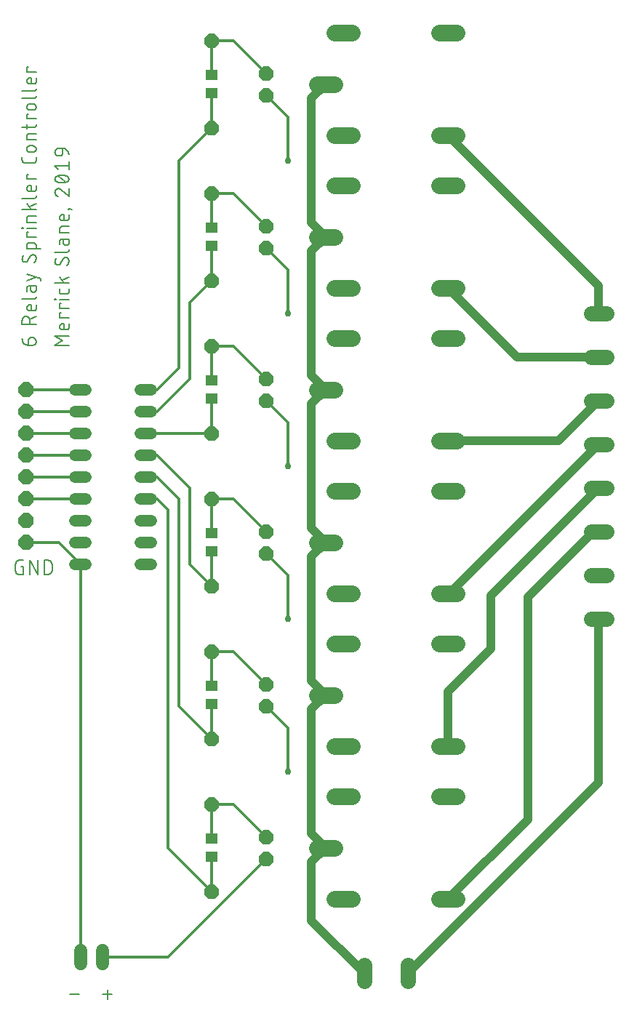
<source format=gbr>
G04 EAGLE Gerber RS-274X export*
G75*
%MOMM*%
%FSLAX34Y34*%
%LPD*%
%INTop Copper*%
%IPPOS*%
%AMOC8*
5,1,8,0,0,1.08239X$1,22.5*%
G01*
%ADD10C,0.152400*%
%ADD11C,1.320800*%
%ADD12P,1.924489X8X202.500000*%
%ADD13C,1.524000*%
%ADD14C,1.981200*%
%ADD15P,1.814519X8X112.500000*%
%ADD16C,0.304800*%
%ADD17P,1.814519X8X292.500000*%
%ADD18R,1.400000X1.200000*%
%ADD19C,1.790700*%
%ADD20C,1.016000*%
%ADD21C,0.609600*%
%ADD22C,0.756400*%


D10*
X764907Y864362D02*
X764907Y869781D01*
X764909Y869899D01*
X764915Y870017D01*
X764924Y870135D01*
X764938Y870252D01*
X764955Y870369D01*
X764976Y870486D01*
X765001Y870601D01*
X765030Y870716D01*
X765063Y870830D01*
X765099Y870942D01*
X765139Y871053D01*
X765182Y871163D01*
X765229Y871272D01*
X765279Y871379D01*
X765334Y871484D01*
X765391Y871587D01*
X765452Y871688D01*
X765516Y871788D01*
X765583Y871885D01*
X765653Y871980D01*
X765727Y872072D01*
X765803Y872163D01*
X765883Y872250D01*
X765965Y872335D01*
X766050Y872417D01*
X766137Y872497D01*
X766228Y872573D01*
X766320Y872647D01*
X766415Y872717D01*
X766512Y872784D01*
X766612Y872848D01*
X766713Y872909D01*
X766816Y872966D01*
X766921Y873021D01*
X767028Y873071D01*
X767137Y873118D01*
X767247Y873161D01*
X767358Y873201D01*
X767470Y873237D01*
X767584Y873270D01*
X767699Y873299D01*
X767814Y873324D01*
X767931Y873345D01*
X768048Y873362D01*
X768165Y873376D01*
X768283Y873385D01*
X768401Y873391D01*
X768519Y873393D01*
X769422Y873393D01*
X769422Y873394D02*
X769555Y873392D01*
X769687Y873386D01*
X769819Y873376D01*
X769951Y873363D01*
X770083Y873345D01*
X770213Y873324D01*
X770344Y873299D01*
X770473Y873270D01*
X770601Y873237D01*
X770729Y873201D01*
X770855Y873161D01*
X770980Y873117D01*
X771104Y873069D01*
X771226Y873018D01*
X771347Y872963D01*
X771466Y872905D01*
X771584Y872843D01*
X771699Y872778D01*
X771813Y872709D01*
X771924Y872638D01*
X772033Y872562D01*
X772140Y872484D01*
X772245Y872403D01*
X772347Y872318D01*
X772447Y872231D01*
X772544Y872141D01*
X772639Y872048D01*
X772730Y871952D01*
X772819Y871854D01*
X772905Y871753D01*
X772988Y871649D01*
X773068Y871543D01*
X773144Y871435D01*
X773218Y871325D01*
X773288Y871212D01*
X773355Y871098D01*
X773418Y870981D01*
X773478Y870863D01*
X773535Y870743D01*
X773588Y870621D01*
X773637Y870498D01*
X773683Y870374D01*
X773725Y870248D01*
X773763Y870121D01*
X773798Y869993D01*
X773829Y869864D01*
X773856Y869735D01*
X773879Y869604D01*
X773899Y869473D01*
X773914Y869341D01*
X773926Y869209D01*
X773934Y869077D01*
X773938Y868944D01*
X773938Y868812D01*
X773934Y868679D01*
X773926Y868547D01*
X773914Y868415D01*
X773899Y868283D01*
X773879Y868152D01*
X773856Y868021D01*
X773829Y867892D01*
X773798Y867763D01*
X773763Y867635D01*
X773725Y867508D01*
X773683Y867382D01*
X773637Y867258D01*
X773588Y867135D01*
X773535Y867013D01*
X773478Y866893D01*
X773418Y866775D01*
X773355Y866658D01*
X773288Y866544D01*
X773218Y866431D01*
X773144Y866321D01*
X773068Y866213D01*
X772988Y866107D01*
X772905Y866003D01*
X772819Y865902D01*
X772730Y865804D01*
X772639Y865708D01*
X772544Y865615D01*
X772447Y865525D01*
X772347Y865438D01*
X772245Y865353D01*
X772140Y865272D01*
X772033Y865194D01*
X771924Y865118D01*
X771813Y865047D01*
X771699Y864978D01*
X771584Y864913D01*
X771466Y864851D01*
X771347Y864793D01*
X771226Y864738D01*
X771104Y864687D01*
X770980Y864639D01*
X770855Y864595D01*
X770729Y864555D01*
X770601Y864519D01*
X770473Y864486D01*
X770344Y864457D01*
X770213Y864432D01*
X770083Y864411D01*
X769951Y864393D01*
X769819Y864380D01*
X769687Y864370D01*
X769555Y864364D01*
X769422Y864362D01*
X764907Y864362D01*
X764730Y864364D01*
X764552Y864371D01*
X764375Y864382D01*
X764199Y864397D01*
X764023Y864416D01*
X763847Y864440D01*
X763672Y864468D01*
X763497Y864501D01*
X763324Y864538D01*
X763151Y864579D01*
X762980Y864624D01*
X762810Y864673D01*
X762641Y864727D01*
X762473Y864784D01*
X762307Y864846D01*
X762142Y864912D01*
X761979Y864982D01*
X761818Y865056D01*
X761659Y865133D01*
X761501Y865215D01*
X761346Y865301D01*
X761193Y865390D01*
X761042Y865483D01*
X760893Y865580D01*
X760747Y865680D01*
X760603Y865784D01*
X760462Y865891D01*
X760324Y866002D01*
X760188Y866116D01*
X760055Y866234D01*
X759925Y866354D01*
X759798Y866478D01*
X759674Y866605D01*
X759554Y866735D01*
X759436Y866868D01*
X759322Y867003D01*
X759211Y867142D01*
X759104Y867283D01*
X759000Y867427D01*
X758900Y867573D01*
X758803Y867722D01*
X758710Y867873D01*
X758621Y868026D01*
X758535Y868181D01*
X758453Y868339D01*
X758376Y868498D01*
X758302Y868659D01*
X758232Y868822D01*
X758166Y868987D01*
X758104Y869153D01*
X758047Y869321D01*
X757993Y869490D01*
X757944Y869660D01*
X757899Y869831D01*
X757858Y870004D01*
X757821Y870177D01*
X757788Y870352D01*
X757760Y870527D01*
X757736Y870703D01*
X757717Y870879D01*
X757702Y871055D01*
X757691Y871232D01*
X757684Y871410D01*
X757682Y871587D01*
X757682Y888942D02*
X773938Y888942D01*
X757682Y888942D02*
X757682Y893458D01*
X757684Y893591D01*
X757690Y893723D01*
X757700Y893855D01*
X757713Y893987D01*
X757731Y894119D01*
X757752Y894249D01*
X757777Y894380D01*
X757806Y894509D01*
X757839Y894637D01*
X757875Y894765D01*
X757915Y894891D01*
X757959Y895016D01*
X758007Y895140D01*
X758058Y895262D01*
X758113Y895383D01*
X758171Y895502D01*
X758233Y895620D01*
X758298Y895735D01*
X758367Y895849D01*
X758438Y895960D01*
X758514Y896069D01*
X758592Y896176D01*
X758673Y896281D01*
X758758Y896383D01*
X758845Y896483D01*
X758935Y896580D01*
X759028Y896675D01*
X759124Y896766D01*
X759222Y896855D01*
X759323Y896941D01*
X759427Y897024D01*
X759533Y897104D01*
X759641Y897180D01*
X759751Y897254D01*
X759864Y897324D01*
X759978Y897391D01*
X760095Y897454D01*
X760213Y897514D01*
X760333Y897571D01*
X760455Y897624D01*
X760578Y897673D01*
X760702Y897719D01*
X760828Y897761D01*
X760955Y897799D01*
X761083Y897834D01*
X761212Y897865D01*
X761341Y897892D01*
X761472Y897915D01*
X761603Y897935D01*
X761735Y897950D01*
X761867Y897962D01*
X761999Y897970D01*
X762132Y897974D01*
X762264Y897974D01*
X762397Y897970D01*
X762529Y897962D01*
X762661Y897950D01*
X762793Y897935D01*
X762924Y897915D01*
X763055Y897892D01*
X763184Y897865D01*
X763313Y897834D01*
X763441Y897799D01*
X763568Y897761D01*
X763694Y897719D01*
X763818Y897673D01*
X763941Y897624D01*
X764063Y897571D01*
X764183Y897514D01*
X764301Y897454D01*
X764418Y897391D01*
X764532Y897324D01*
X764645Y897254D01*
X764755Y897180D01*
X764863Y897104D01*
X764969Y897024D01*
X765073Y896941D01*
X765174Y896855D01*
X765272Y896766D01*
X765368Y896675D01*
X765461Y896580D01*
X765551Y896483D01*
X765638Y896383D01*
X765723Y896281D01*
X765804Y896176D01*
X765882Y896069D01*
X765958Y895960D01*
X766029Y895849D01*
X766098Y895735D01*
X766163Y895620D01*
X766225Y895502D01*
X766283Y895383D01*
X766338Y895262D01*
X766389Y895140D01*
X766437Y895016D01*
X766481Y894891D01*
X766521Y894765D01*
X766557Y894637D01*
X766590Y894509D01*
X766619Y894380D01*
X766644Y894249D01*
X766665Y894119D01*
X766683Y893987D01*
X766696Y893855D01*
X766706Y893723D01*
X766712Y893591D01*
X766714Y893458D01*
X766713Y893458D02*
X766713Y888942D01*
X766713Y894361D02*
X773938Y897974D01*
X773938Y907052D02*
X773938Y911568D01*
X773938Y907052D02*
X773936Y906951D01*
X773930Y906850D01*
X773921Y906749D01*
X773908Y906648D01*
X773891Y906548D01*
X773870Y906449D01*
X773846Y906351D01*
X773818Y906254D01*
X773786Y906157D01*
X773751Y906062D01*
X773712Y905969D01*
X773670Y905877D01*
X773624Y905786D01*
X773575Y905698D01*
X773523Y905611D01*
X773467Y905526D01*
X773409Y905443D01*
X773347Y905363D01*
X773282Y905285D01*
X773215Y905209D01*
X773145Y905136D01*
X773072Y905066D01*
X772996Y904999D01*
X772918Y904934D01*
X772838Y904872D01*
X772755Y904814D01*
X772670Y904758D01*
X772584Y904706D01*
X772495Y904657D01*
X772404Y904611D01*
X772312Y904569D01*
X772219Y904530D01*
X772124Y904495D01*
X772027Y904463D01*
X771930Y904435D01*
X771832Y904411D01*
X771733Y904390D01*
X771633Y904373D01*
X771532Y904360D01*
X771431Y904351D01*
X771330Y904345D01*
X771229Y904343D01*
X766713Y904343D01*
X766713Y904344D02*
X766594Y904346D01*
X766474Y904352D01*
X766355Y904362D01*
X766237Y904376D01*
X766118Y904393D01*
X766001Y904415D01*
X765884Y904440D01*
X765769Y904470D01*
X765654Y904503D01*
X765540Y904540D01*
X765428Y904580D01*
X765317Y904625D01*
X765208Y904673D01*
X765100Y904724D01*
X764994Y904779D01*
X764890Y904838D01*
X764788Y904900D01*
X764688Y904965D01*
X764590Y905034D01*
X764494Y905106D01*
X764401Y905181D01*
X764311Y905258D01*
X764223Y905339D01*
X764138Y905423D01*
X764056Y905510D01*
X763976Y905599D01*
X763900Y905691D01*
X763826Y905785D01*
X763756Y905882D01*
X763689Y905980D01*
X763625Y906081D01*
X763565Y906185D01*
X763508Y906290D01*
X763455Y906397D01*
X763405Y906505D01*
X763359Y906615D01*
X763317Y906727D01*
X763278Y906840D01*
X763243Y906954D01*
X763212Y907069D01*
X763184Y907186D01*
X763161Y907303D01*
X763141Y907420D01*
X763125Y907539D01*
X763113Y907658D01*
X763105Y907777D01*
X763101Y907896D01*
X763101Y908016D01*
X763105Y908135D01*
X763113Y908254D01*
X763125Y908373D01*
X763141Y908492D01*
X763161Y908609D01*
X763184Y908726D01*
X763212Y908843D01*
X763243Y908958D01*
X763278Y909072D01*
X763317Y909185D01*
X763359Y909297D01*
X763405Y909407D01*
X763455Y909515D01*
X763508Y909622D01*
X763565Y909727D01*
X763625Y909831D01*
X763689Y909932D01*
X763756Y910030D01*
X763826Y910127D01*
X763900Y910221D01*
X763976Y910313D01*
X764056Y910402D01*
X764138Y910489D01*
X764223Y910573D01*
X764311Y910654D01*
X764401Y910731D01*
X764494Y910806D01*
X764590Y910878D01*
X764688Y910947D01*
X764788Y911012D01*
X764890Y911074D01*
X764994Y911133D01*
X765100Y911188D01*
X765208Y911239D01*
X765317Y911287D01*
X765428Y911332D01*
X765540Y911372D01*
X765654Y911409D01*
X765769Y911442D01*
X765884Y911472D01*
X766001Y911497D01*
X766118Y911519D01*
X766237Y911536D01*
X766355Y911550D01*
X766474Y911560D01*
X766594Y911566D01*
X766713Y911568D01*
X768519Y911568D01*
X768519Y904343D01*
X771229Y918127D02*
X757682Y918127D01*
X771229Y918127D02*
X771330Y918129D01*
X771431Y918135D01*
X771532Y918144D01*
X771633Y918157D01*
X771733Y918174D01*
X771832Y918195D01*
X771930Y918219D01*
X772027Y918247D01*
X772124Y918279D01*
X772219Y918314D01*
X772312Y918353D01*
X772404Y918395D01*
X772495Y918441D01*
X772584Y918490D01*
X772670Y918542D01*
X772755Y918598D01*
X772838Y918656D01*
X772918Y918718D01*
X772996Y918783D01*
X773072Y918850D01*
X773145Y918920D01*
X773215Y918993D01*
X773282Y919069D01*
X773347Y919147D01*
X773409Y919227D01*
X773467Y919310D01*
X773523Y919395D01*
X773575Y919482D01*
X773624Y919570D01*
X773670Y919661D01*
X773712Y919753D01*
X773751Y919846D01*
X773786Y919941D01*
X773818Y920038D01*
X773846Y920135D01*
X773870Y920233D01*
X773891Y920332D01*
X773908Y920432D01*
X773921Y920533D01*
X773930Y920634D01*
X773936Y920735D01*
X773938Y920836D01*
X767616Y929314D02*
X767616Y933378D01*
X767616Y929314D02*
X767618Y929202D01*
X767624Y929091D01*
X767634Y928980D01*
X767647Y928869D01*
X767665Y928759D01*
X767687Y928650D01*
X767712Y928541D01*
X767741Y928433D01*
X767774Y928327D01*
X767811Y928221D01*
X767851Y928117D01*
X767895Y928015D01*
X767943Y927914D01*
X767994Y927815D01*
X768049Y927717D01*
X768107Y927622D01*
X768168Y927529D01*
X768233Y927438D01*
X768301Y927349D01*
X768372Y927263D01*
X768445Y927180D01*
X768522Y927099D01*
X768602Y927020D01*
X768684Y926945D01*
X768769Y926873D01*
X768856Y926803D01*
X768946Y926737D01*
X769038Y926674D01*
X769133Y926614D01*
X769229Y926558D01*
X769327Y926505D01*
X769427Y926456D01*
X769529Y926410D01*
X769632Y926368D01*
X769737Y926329D01*
X769843Y926294D01*
X769950Y926263D01*
X770058Y926236D01*
X770167Y926212D01*
X770277Y926193D01*
X770387Y926177D01*
X770498Y926165D01*
X770610Y926157D01*
X770721Y926153D01*
X770833Y926153D01*
X770944Y926157D01*
X771056Y926165D01*
X771167Y926177D01*
X771277Y926193D01*
X771387Y926212D01*
X771496Y926236D01*
X771604Y926263D01*
X771711Y926294D01*
X771817Y926329D01*
X771922Y926368D01*
X772025Y926410D01*
X772127Y926456D01*
X772227Y926505D01*
X772325Y926558D01*
X772421Y926614D01*
X772516Y926674D01*
X772608Y926737D01*
X772698Y926803D01*
X772785Y926873D01*
X772870Y926945D01*
X772952Y927020D01*
X773032Y927099D01*
X773109Y927180D01*
X773182Y927263D01*
X773253Y927349D01*
X773321Y927438D01*
X773386Y927529D01*
X773447Y927622D01*
X773505Y927717D01*
X773560Y927815D01*
X773611Y927914D01*
X773659Y928015D01*
X773703Y928117D01*
X773743Y928221D01*
X773780Y928327D01*
X773813Y928433D01*
X773842Y928541D01*
X773867Y928650D01*
X773889Y928759D01*
X773907Y928869D01*
X773920Y928980D01*
X773930Y929091D01*
X773936Y929202D01*
X773938Y929314D01*
X773938Y933378D01*
X765810Y933378D01*
X765709Y933376D01*
X765608Y933370D01*
X765507Y933361D01*
X765406Y933348D01*
X765306Y933331D01*
X765207Y933310D01*
X765109Y933286D01*
X765012Y933258D01*
X764915Y933226D01*
X764820Y933191D01*
X764727Y933152D01*
X764635Y933110D01*
X764544Y933064D01*
X764456Y933015D01*
X764369Y932963D01*
X764284Y932907D01*
X764201Y932849D01*
X764121Y932787D01*
X764043Y932722D01*
X763967Y932655D01*
X763894Y932585D01*
X763824Y932512D01*
X763757Y932436D01*
X763692Y932358D01*
X763630Y932278D01*
X763572Y932195D01*
X763516Y932110D01*
X763464Y932024D01*
X763415Y931935D01*
X763369Y931844D01*
X763327Y931752D01*
X763288Y931659D01*
X763253Y931564D01*
X763221Y931467D01*
X763193Y931370D01*
X763169Y931272D01*
X763148Y931173D01*
X763131Y931073D01*
X763118Y930972D01*
X763109Y930871D01*
X763103Y930770D01*
X763101Y930669D01*
X763101Y927057D01*
X779357Y939774D02*
X779357Y941580D01*
X763101Y946999D01*
X763101Y939774D02*
X773938Y943386D01*
X773938Y966173D02*
X773936Y966291D01*
X773930Y966409D01*
X773921Y966527D01*
X773907Y966644D01*
X773890Y966761D01*
X773869Y966878D01*
X773844Y966993D01*
X773815Y967108D01*
X773782Y967222D01*
X773746Y967334D01*
X773706Y967445D01*
X773663Y967555D01*
X773616Y967664D01*
X773566Y967771D01*
X773511Y967876D01*
X773454Y967979D01*
X773393Y968080D01*
X773329Y968180D01*
X773262Y968277D01*
X773192Y968372D01*
X773118Y968464D01*
X773042Y968555D01*
X772962Y968642D01*
X772880Y968727D01*
X772795Y968809D01*
X772708Y968889D01*
X772617Y968965D01*
X772525Y969039D01*
X772430Y969109D01*
X772333Y969176D01*
X772233Y969240D01*
X772132Y969301D01*
X772029Y969358D01*
X771924Y969413D01*
X771817Y969463D01*
X771708Y969510D01*
X771598Y969553D01*
X771487Y969593D01*
X771375Y969629D01*
X771261Y969662D01*
X771146Y969691D01*
X771031Y969716D01*
X770914Y969737D01*
X770797Y969754D01*
X770680Y969768D01*
X770562Y969777D01*
X770444Y969783D01*
X770326Y969785D01*
X773938Y966173D02*
X773936Y965990D01*
X773929Y965808D01*
X773918Y965626D01*
X773903Y965444D01*
X773883Y965262D01*
X773860Y965081D01*
X773831Y964901D01*
X773799Y964721D01*
X773762Y964542D01*
X773721Y964365D01*
X773675Y964188D01*
X773626Y964012D01*
X773572Y963838D01*
X773514Y963664D01*
X773452Y963493D01*
X773386Y963323D01*
X773315Y963154D01*
X773241Y962987D01*
X773163Y962822D01*
X773081Y962659D01*
X772995Y962498D01*
X772905Y962339D01*
X772811Y962182D01*
X772714Y962028D01*
X772613Y961876D01*
X772508Y961726D01*
X772400Y961579D01*
X772289Y961435D01*
X772174Y961293D01*
X772055Y961154D01*
X771933Y961018D01*
X771808Y960885D01*
X771680Y960755D01*
X761294Y961206D02*
X761176Y961208D01*
X761058Y961214D01*
X760940Y961223D01*
X760823Y961237D01*
X760706Y961254D01*
X760589Y961275D01*
X760474Y961300D01*
X760359Y961329D01*
X760245Y961362D01*
X760133Y961398D01*
X760022Y961438D01*
X759912Y961481D01*
X759803Y961528D01*
X759696Y961578D01*
X759591Y961633D01*
X759488Y961690D01*
X759387Y961751D01*
X759287Y961815D01*
X759190Y961882D01*
X759095Y961952D01*
X759003Y962026D01*
X758912Y962102D01*
X758825Y962182D01*
X758740Y962264D01*
X758658Y962349D01*
X758578Y962436D01*
X758502Y962527D01*
X758428Y962619D01*
X758358Y962714D01*
X758291Y962811D01*
X758227Y962911D01*
X758166Y963012D01*
X758109Y963115D01*
X758054Y963220D01*
X758004Y963327D01*
X757957Y963436D01*
X757914Y963546D01*
X757874Y963657D01*
X757838Y963769D01*
X757805Y963883D01*
X757776Y963998D01*
X757751Y964113D01*
X757730Y964230D01*
X757713Y964347D01*
X757699Y964464D01*
X757690Y964582D01*
X757684Y964700D01*
X757682Y964818D01*
X757684Y964979D01*
X757690Y965141D01*
X757699Y965302D01*
X757713Y965463D01*
X757730Y965623D01*
X757751Y965783D01*
X757776Y965943D01*
X757805Y966102D01*
X757837Y966260D01*
X757873Y966417D01*
X757913Y966573D01*
X757957Y966729D01*
X758005Y966883D01*
X758056Y967036D01*
X758110Y967188D01*
X758169Y967339D01*
X758230Y967488D01*
X758296Y967635D01*
X758365Y967781D01*
X758437Y967926D01*
X758513Y968068D01*
X758592Y968209D01*
X758674Y968348D01*
X758760Y968484D01*
X758849Y968619D01*
X758941Y968752D01*
X759037Y968882D01*
X764455Y963012D02*
X764393Y962911D01*
X764328Y962811D01*
X764259Y962714D01*
X764187Y962619D01*
X764113Y962526D01*
X764035Y962436D01*
X763954Y962348D01*
X763871Y962263D01*
X763785Y962181D01*
X763696Y962102D01*
X763605Y962025D01*
X763511Y961952D01*
X763415Y961881D01*
X763317Y961814D01*
X763217Y961750D01*
X763114Y961689D01*
X763010Y961632D01*
X762904Y961578D01*
X762796Y961528D01*
X762687Y961481D01*
X762576Y961437D01*
X762464Y961397D01*
X762350Y961361D01*
X762236Y961329D01*
X762120Y961300D01*
X762004Y961275D01*
X761887Y961254D01*
X761769Y961237D01*
X761651Y961223D01*
X761532Y961214D01*
X761413Y961208D01*
X761294Y961206D01*
X767165Y967980D02*
X767227Y968081D01*
X767292Y968181D01*
X767361Y968278D01*
X767433Y968373D01*
X767507Y968466D01*
X767585Y968556D01*
X767666Y968644D01*
X767749Y968729D01*
X767835Y968811D01*
X767924Y968890D01*
X768015Y968967D01*
X768109Y969040D01*
X768205Y969111D01*
X768303Y969178D01*
X768403Y969242D01*
X768506Y969303D01*
X768610Y969360D01*
X768716Y969414D01*
X768824Y969464D01*
X768933Y969511D01*
X769044Y969555D01*
X769156Y969595D01*
X769270Y969631D01*
X769384Y969663D01*
X769500Y969692D01*
X769616Y969717D01*
X769733Y969738D01*
X769851Y969755D01*
X769969Y969769D01*
X770088Y969778D01*
X770207Y969784D01*
X770326Y969786D01*
X767165Y967979D02*
X764455Y963012D01*
X763101Y976320D02*
X779357Y976320D01*
X763101Y976320D02*
X763101Y980836D01*
X763103Y980940D01*
X763109Y981043D01*
X763119Y981147D01*
X763133Y981250D01*
X763151Y981352D01*
X763172Y981453D01*
X763198Y981554D01*
X763227Y981653D01*
X763260Y981752D01*
X763297Y981849D01*
X763338Y981944D01*
X763382Y982038D01*
X763430Y982130D01*
X763481Y982220D01*
X763536Y982309D01*
X763594Y982395D01*
X763656Y982478D01*
X763720Y982560D01*
X763788Y982638D01*
X763858Y982714D01*
X763931Y982788D01*
X764008Y982858D01*
X764086Y982926D01*
X764168Y982990D01*
X764251Y983052D01*
X764337Y983110D01*
X764426Y983165D01*
X764516Y983216D01*
X764608Y983264D01*
X764702Y983308D01*
X764797Y983349D01*
X764894Y983386D01*
X764993Y983419D01*
X765092Y983448D01*
X765193Y983474D01*
X765294Y983495D01*
X765396Y983513D01*
X765499Y983527D01*
X765603Y983537D01*
X765706Y983543D01*
X765810Y983545D01*
X771229Y983545D01*
X771330Y983543D01*
X771431Y983537D01*
X771532Y983528D01*
X771633Y983515D01*
X771733Y983498D01*
X771832Y983477D01*
X771930Y983453D01*
X772027Y983425D01*
X772124Y983393D01*
X772219Y983358D01*
X772312Y983319D01*
X772404Y983277D01*
X772495Y983231D01*
X772584Y983182D01*
X772670Y983130D01*
X772755Y983074D01*
X772838Y983016D01*
X772918Y982954D01*
X772996Y982889D01*
X773072Y982822D01*
X773145Y982752D01*
X773215Y982679D01*
X773282Y982603D01*
X773347Y982525D01*
X773409Y982445D01*
X773467Y982362D01*
X773523Y982277D01*
X773575Y982191D01*
X773624Y982102D01*
X773670Y982011D01*
X773712Y981919D01*
X773751Y981826D01*
X773786Y981731D01*
X773818Y981634D01*
X773846Y981537D01*
X773870Y981439D01*
X773891Y981340D01*
X773908Y981240D01*
X773921Y981139D01*
X773930Y981038D01*
X773936Y980937D01*
X773938Y980836D01*
X773938Y976320D01*
X773938Y990400D02*
X763101Y990400D01*
X763101Y995818D01*
X764907Y995818D01*
X763101Y1000701D02*
X773938Y1000701D01*
X758585Y1000249D02*
X757682Y1000249D01*
X757682Y1001152D01*
X758585Y1001152D01*
X758585Y1000249D01*
X763101Y1007509D02*
X773938Y1007509D01*
X763101Y1007509D02*
X763101Y1012025D01*
X763103Y1012129D01*
X763109Y1012232D01*
X763119Y1012336D01*
X763133Y1012439D01*
X763151Y1012541D01*
X763172Y1012642D01*
X763198Y1012743D01*
X763227Y1012842D01*
X763260Y1012941D01*
X763297Y1013038D01*
X763338Y1013133D01*
X763382Y1013227D01*
X763430Y1013319D01*
X763481Y1013409D01*
X763536Y1013498D01*
X763594Y1013584D01*
X763656Y1013667D01*
X763720Y1013749D01*
X763788Y1013827D01*
X763858Y1013903D01*
X763931Y1013977D01*
X764008Y1014047D01*
X764086Y1014115D01*
X764168Y1014179D01*
X764251Y1014241D01*
X764337Y1014299D01*
X764426Y1014354D01*
X764516Y1014405D01*
X764608Y1014453D01*
X764702Y1014497D01*
X764797Y1014538D01*
X764894Y1014575D01*
X764993Y1014608D01*
X765092Y1014637D01*
X765193Y1014663D01*
X765294Y1014684D01*
X765396Y1014702D01*
X765499Y1014716D01*
X765603Y1014726D01*
X765706Y1014732D01*
X765810Y1014734D01*
X773938Y1014734D01*
X773938Y1022267D02*
X757682Y1022267D01*
X763101Y1029492D02*
X768519Y1022267D01*
X766262Y1025428D02*
X773938Y1029492D01*
X771229Y1035361D02*
X757682Y1035361D01*
X771229Y1035362D02*
X771330Y1035364D01*
X771431Y1035370D01*
X771532Y1035379D01*
X771633Y1035392D01*
X771733Y1035409D01*
X771832Y1035430D01*
X771930Y1035454D01*
X772027Y1035482D01*
X772124Y1035514D01*
X772219Y1035549D01*
X772312Y1035588D01*
X772404Y1035630D01*
X772495Y1035676D01*
X772584Y1035725D01*
X772670Y1035777D01*
X772755Y1035833D01*
X772838Y1035891D01*
X772918Y1035953D01*
X772996Y1036018D01*
X773072Y1036085D01*
X773145Y1036155D01*
X773215Y1036228D01*
X773282Y1036304D01*
X773347Y1036382D01*
X773409Y1036462D01*
X773467Y1036545D01*
X773523Y1036630D01*
X773575Y1036717D01*
X773624Y1036805D01*
X773670Y1036896D01*
X773712Y1036988D01*
X773751Y1037081D01*
X773786Y1037176D01*
X773818Y1037273D01*
X773846Y1037370D01*
X773870Y1037468D01*
X773891Y1037567D01*
X773908Y1037667D01*
X773921Y1037768D01*
X773930Y1037869D01*
X773936Y1037970D01*
X773938Y1038071D01*
X773938Y1046170D02*
X773938Y1050686D01*
X773938Y1046170D02*
X773936Y1046069D01*
X773930Y1045968D01*
X773921Y1045867D01*
X773908Y1045766D01*
X773891Y1045666D01*
X773870Y1045567D01*
X773846Y1045469D01*
X773818Y1045372D01*
X773786Y1045275D01*
X773751Y1045180D01*
X773712Y1045087D01*
X773670Y1044995D01*
X773624Y1044904D01*
X773575Y1044816D01*
X773523Y1044729D01*
X773467Y1044644D01*
X773409Y1044561D01*
X773347Y1044481D01*
X773282Y1044403D01*
X773215Y1044327D01*
X773145Y1044254D01*
X773072Y1044184D01*
X772996Y1044117D01*
X772918Y1044052D01*
X772838Y1043990D01*
X772755Y1043932D01*
X772670Y1043876D01*
X772584Y1043824D01*
X772495Y1043775D01*
X772404Y1043729D01*
X772312Y1043687D01*
X772219Y1043648D01*
X772124Y1043613D01*
X772027Y1043581D01*
X771930Y1043553D01*
X771832Y1043529D01*
X771733Y1043508D01*
X771633Y1043491D01*
X771532Y1043478D01*
X771431Y1043469D01*
X771330Y1043463D01*
X771229Y1043461D01*
X766713Y1043461D01*
X766594Y1043463D01*
X766474Y1043469D01*
X766355Y1043479D01*
X766237Y1043493D01*
X766118Y1043510D01*
X766001Y1043532D01*
X765884Y1043557D01*
X765769Y1043587D01*
X765654Y1043620D01*
X765540Y1043657D01*
X765428Y1043697D01*
X765317Y1043742D01*
X765208Y1043790D01*
X765100Y1043841D01*
X764994Y1043896D01*
X764890Y1043955D01*
X764788Y1044017D01*
X764688Y1044082D01*
X764590Y1044151D01*
X764494Y1044223D01*
X764401Y1044298D01*
X764311Y1044375D01*
X764223Y1044456D01*
X764138Y1044540D01*
X764056Y1044627D01*
X763976Y1044716D01*
X763900Y1044808D01*
X763826Y1044902D01*
X763756Y1044999D01*
X763689Y1045097D01*
X763625Y1045198D01*
X763565Y1045302D01*
X763508Y1045407D01*
X763455Y1045514D01*
X763405Y1045622D01*
X763359Y1045732D01*
X763317Y1045844D01*
X763278Y1045957D01*
X763243Y1046071D01*
X763212Y1046186D01*
X763184Y1046303D01*
X763161Y1046420D01*
X763141Y1046537D01*
X763125Y1046656D01*
X763113Y1046775D01*
X763105Y1046894D01*
X763101Y1047013D01*
X763101Y1047133D01*
X763105Y1047252D01*
X763113Y1047371D01*
X763125Y1047490D01*
X763141Y1047609D01*
X763161Y1047726D01*
X763184Y1047843D01*
X763212Y1047960D01*
X763243Y1048075D01*
X763278Y1048189D01*
X763317Y1048302D01*
X763359Y1048414D01*
X763405Y1048524D01*
X763455Y1048632D01*
X763508Y1048739D01*
X763565Y1048844D01*
X763625Y1048948D01*
X763689Y1049049D01*
X763756Y1049147D01*
X763826Y1049244D01*
X763900Y1049338D01*
X763976Y1049430D01*
X764056Y1049519D01*
X764138Y1049606D01*
X764223Y1049690D01*
X764311Y1049771D01*
X764401Y1049848D01*
X764494Y1049923D01*
X764590Y1049995D01*
X764688Y1050064D01*
X764788Y1050129D01*
X764890Y1050191D01*
X764994Y1050250D01*
X765100Y1050305D01*
X765208Y1050356D01*
X765317Y1050404D01*
X765428Y1050449D01*
X765540Y1050489D01*
X765654Y1050526D01*
X765769Y1050559D01*
X765884Y1050589D01*
X766001Y1050614D01*
X766118Y1050636D01*
X766237Y1050653D01*
X766355Y1050667D01*
X766474Y1050677D01*
X766594Y1050683D01*
X766713Y1050685D01*
X766713Y1050686D02*
X768519Y1050686D01*
X768519Y1043461D01*
X773938Y1057614D02*
X763101Y1057614D01*
X763101Y1063033D01*
X764907Y1063033D01*
X773938Y1079998D02*
X773938Y1083611D01*
X773938Y1079998D02*
X773936Y1079880D01*
X773930Y1079762D01*
X773921Y1079644D01*
X773907Y1079527D01*
X773890Y1079410D01*
X773869Y1079293D01*
X773844Y1079178D01*
X773815Y1079063D01*
X773782Y1078949D01*
X773746Y1078837D01*
X773706Y1078726D01*
X773663Y1078616D01*
X773616Y1078507D01*
X773566Y1078400D01*
X773511Y1078295D01*
X773454Y1078192D01*
X773393Y1078091D01*
X773329Y1077991D01*
X773262Y1077894D01*
X773192Y1077799D01*
X773118Y1077707D01*
X773042Y1077616D01*
X772962Y1077529D01*
X772880Y1077444D01*
X772795Y1077362D01*
X772708Y1077282D01*
X772617Y1077206D01*
X772525Y1077132D01*
X772430Y1077062D01*
X772333Y1076995D01*
X772233Y1076931D01*
X772132Y1076870D01*
X772029Y1076813D01*
X771924Y1076758D01*
X771817Y1076708D01*
X771708Y1076661D01*
X771598Y1076618D01*
X771487Y1076578D01*
X771375Y1076542D01*
X771261Y1076509D01*
X771146Y1076480D01*
X771031Y1076455D01*
X770914Y1076434D01*
X770797Y1076417D01*
X770680Y1076403D01*
X770562Y1076394D01*
X770444Y1076388D01*
X770326Y1076386D01*
X761294Y1076386D01*
X761294Y1076385D02*
X761176Y1076387D01*
X761058Y1076393D01*
X760940Y1076402D01*
X760822Y1076416D01*
X760705Y1076433D01*
X760589Y1076454D01*
X760474Y1076479D01*
X760359Y1076508D01*
X760245Y1076541D01*
X760133Y1076577D01*
X760021Y1076617D01*
X759911Y1076660D01*
X759803Y1076707D01*
X759696Y1076758D01*
X759591Y1076812D01*
X759488Y1076869D01*
X759386Y1076930D01*
X759287Y1076994D01*
X759190Y1077061D01*
X759095Y1077132D01*
X759002Y1077205D01*
X758912Y1077282D01*
X758824Y1077361D01*
X758739Y1077443D01*
X758657Y1077528D01*
X758578Y1077616D01*
X758501Y1077706D01*
X758428Y1077799D01*
X758357Y1077893D01*
X758290Y1077991D01*
X758226Y1078090D01*
X758165Y1078191D01*
X758108Y1078295D01*
X758054Y1078400D01*
X758003Y1078507D01*
X757956Y1078615D01*
X757913Y1078725D01*
X757873Y1078837D01*
X757837Y1078949D01*
X757804Y1079063D01*
X757775Y1079178D01*
X757750Y1079293D01*
X757729Y1079409D01*
X757712Y1079526D01*
X757698Y1079644D01*
X757689Y1079762D01*
X757683Y1079880D01*
X757681Y1079998D01*
X757682Y1079998D02*
X757682Y1083611D01*
X766713Y1089312D02*
X770326Y1089312D01*
X766713Y1089313D02*
X766594Y1089315D01*
X766474Y1089321D01*
X766355Y1089331D01*
X766237Y1089345D01*
X766118Y1089362D01*
X766001Y1089384D01*
X765884Y1089409D01*
X765769Y1089439D01*
X765654Y1089472D01*
X765540Y1089509D01*
X765428Y1089549D01*
X765317Y1089594D01*
X765208Y1089642D01*
X765100Y1089693D01*
X764994Y1089748D01*
X764890Y1089807D01*
X764788Y1089869D01*
X764688Y1089934D01*
X764590Y1090003D01*
X764494Y1090075D01*
X764401Y1090150D01*
X764311Y1090227D01*
X764223Y1090308D01*
X764138Y1090392D01*
X764056Y1090479D01*
X763976Y1090568D01*
X763900Y1090660D01*
X763826Y1090754D01*
X763756Y1090851D01*
X763689Y1090949D01*
X763625Y1091050D01*
X763565Y1091154D01*
X763508Y1091259D01*
X763455Y1091366D01*
X763405Y1091474D01*
X763359Y1091584D01*
X763317Y1091696D01*
X763278Y1091809D01*
X763243Y1091923D01*
X763212Y1092038D01*
X763184Y1092155D01*
X763161Y1092272D01*
X763141Y1092389D01*
X763125Y1092508D01*
X763113Y1092627D01*
X763105Y1092746D01*
X763101Y1092865D01*
X763101Y1092985D01*
X763105Y1093104D01*
X763113Y1093223D01*
X763125Y1093342D01*
X763141Y1093461D01*
X763161Y1093578D01*
X763184Y1093695D01*
X763212Y1093812D01*
X763243Y1093927D01*
X763278Y1094041D01*
X763317Y1094154D01*
X763359Y1094266D01*
X763405Y1094376D01*
X763455Y1094484D01*
X763508Y1094591D01*
X763565Y1094696D01*
X763625Y1094800D01*
X763689Y1094901D01*
X763756Y1094999D01*
X763826Y1095096D01*
X763900Y1095190D01*
X763976Y1095282D01*
X764056Y1095371D01*
X764138Y1095458D01*
X764223Y1095542D01*
X764311Y1095623D01*
X764401Y1095700D01*
X764494Y1095775D01*
X764590Y1095847D01*
X764688Y1095916D01*
X764788Y1095981D01*
X764890Y1096043D01*
X764994Y1096102D01*
X765100Y1096157D01*
X765208Y1096208D01*
X765317Y1096256D01*
X765428Y1096301D01*
X765540Y1096341D01*
X765654Y1096378D01*
X765769Y1096411D01*
X765884Y1096441D01*
X766001Y1096466D01*
X766118Y1096488D01*
X766237Y1096505D01*
X766355Y1096519D01*
X766474Y1096529D01*
X766594Y1096535D01*
X766713Y1096537D01*
X770326Y1096537D01*
X770445Y1096535D01*
X770565Y1096529D01*
X770684Y1096519D01*
X770802Y1096505D01*
X770921Y1096488D01*
X771038Y1096466D01*
X771155Y1096441D01*
X771270Y1096411D01*
X771385Y1096378D01*
X771499Y1096341D01*
X771611Y1096301D01*
X771722Y1096256D01*
X771831Y1096208D01*
X771939Y1096157D01*
X772045Y1096102D01*
X772149Y1096043D01*
X772251Y1095981D01*
X772351Y1095916D01*
X772449Y1095847D01*
X772545Y1095775D01*
X772638Y1095700D01*
X772728Y1095623D01*
X772816Y1095542D01*
X772901Y1095458D01*
X772983Y1095371D01*
X773063Y1095282D01*
X773139Y1095190D01*
X773213Y1095096D01*
X773283Y1094999D01*
X773350Y1094901D01*
X773414Y1094800D01*
X773474Y1094696D01*
X773531Y1094591D01*
X773584Y1094484D01*
X773634Y1094376D01*
X773680Y1094266D01*
X773722Y1094154D01*
X773761Y1094041D01*
X773796Y1093927D01*
X773827Y1093812D01*
X773855Y1093695D01*
X773878Y1093578D01*
X773898Y1093461D01*
X773914Y1093342D01*
X773926Y1093223D01*
X773934Y1093104D01*
X773938Y1092985D01*
X773938Y1092865D01*
X773934Y1092746D01*
X773926Y1092627D01*
X773914Y1092508D01*
X773898Y1092389D01*
X773878Y1092272D01*
X773855Y1092155D01*
X773827Y1092038D01*
X773796Y1091923D01*
X773761Y1091809D01*
X773722Y1091696D01*
X773680Y1091584D01*
X773634Y1091474D01*
X773584Y1091366D01*
X773531Y1091259D01*
X773474Y1091154D01*
X773414Y1091050D01*
X773350Y1090949D01*
X773283Y1090851D01*
X773213Y1090754D01*
X773139Y1090660D01*
X773063Y1090568D01*
X772983Y1090479D01*
X772901Y1090392D01*
X772816Y1090308D01*
X772728Y1090227D01*
X772638Y1090150D01*
X772545Y1090075D01*
X772449Y1090003D01*
X772351Y1089934D01*
X772251Y1089869D01*
X772149Y1089807D01*
X772045Y1089748D01*
X771939Y1089693D01*
X771831Y1089642D01*
X771722Y1089594D01*
X771611Y1089549D01*
X771499Y1089509D01*
X771385Y1089472D01*
X771270Y1089439D01*
X771155Y1089409D01*
X771038Y1089384D01*
X770921Y1089362D01*
X770802Y1089345D01*
X770684Y1089331D01*
X770565Y1089321D01*
X770445Y1089315D01*
X770326Y1089313D01*
X773938Y1103381D02*
X763101Y1103381D01*
X763101Y1107896D01*
X763103Y1108000D01*
X763109Y1108103D01*
X763119Y1108207D01*
X763133Y1108310D01*
X763151Y1108412D01*
X763172Y1108513D01*
X763198Y1108614D01*
X763227Y1108713D01*
X763260Y1108812D01*
X763297Y1108909D01*
X763338Y1109004D01*
X763382Y1109098D01*
X763430Y1109190D01*
X763481Y1109280D01*
X763536Y1109369D01*
X763594Y1109455D01*
X763656Y1109538D01*
X763720Y1109620D01*
X763788Y1109698D01*
X763858Y1109774D01*
X763931Y1109848D01*
X764008Y1109918D01*
X764086Y1109986D01*
X764168Y1110050D01*
X764251Y1110112D01*
X764337Y1110170D01*
X764426Y1110225D01*
X764516Y1110276D01*
X764608Y1110324D01*
X764702Y1110368D01*
X764797Y1110409D01*
X764894Y1110446D01*
X764993Y1110479D01*
X765092Y1110508D01*
X765193Y1110534D01*
X765294Y1110555D01*
X765396Y1110573D01*
X765499Y1110587D01*
X765603Y1110597D01*
X765706Y1110603D01*
X765810Y1110605D01*
X773938Y1110605D01*
X763101Y1116151D02*
X763101Y1121570D01*
X757682Y1117958D02*
X771229Y1117958D01*
X771330Y1117960D01*
X771431Y1117966D01*
X771532Y1117975D01*
X771633Y1117988D01*
X771733Y1118005D01*
X771832Y1118026D01*
X771930Y1118050D01*
X772027Y1118078D01*
X772124Y1118110D01*
X772219Y1118145D01*
X772312Y1118184D01*
X772404Y1118226D01*
X772495Y1118272D01*
X772584Y1118321D01*
X772670Y1118373D01*
X772755Y1118429D01*
X772838Y1118487D01*
X772918Y1118549D01*
X772996Y1118614D01*
X773072Y1118681D01*
X773145Y1118751D01*
X773215Y1118824D01*
X773282Y1118900D01*
X773347Y1118978D01*
X773409Y1119058D01*
X773467Y1119141D01*
X773523Y1119226D01*
X773575Y1119313D01*
X773624Y1119401D01*
X773670Y1119492D01*
X773712Y1119584D01*
X773751Y1119677D01*
X773786Y1119772D01*
X773818Y1119869D01*
X773846Y1119966D01*
X773870Y1120064D01*
X773891Y1120163D01*
X773908Y1120263D01*
X773921Y1120364D01*
X773930Y1120465D01*
X773936Y1120566D01*
X773938Y1120667D01*
X773938Y1121570D01*
X773938Y1127954D02*
X763101Y1127954D01*
X763101Y1133373D01*
X764907Y1133373D01*
X766713Y1138290D02*
X770326Y1138290D01*
X766713Y1138291D02*
X766594Y1138293D01*
X766474Y1138299D01*
X766355Y1138309D01*
X766237Y1138323D01*
X766118Y1138340D01*
X766001Y1138362D01*
X765884Y1138387D01*
X765769Y1138417D01*
X765654Y1138450D01*
X765540Y1138487D01*
X765428Y1138527D01*
X765317Y1138572D01*
X765208Y1138620D01*
X765100Y1138671D01*
X764994Y1138726D01*
X764890Y1138785D01*
X764788Y1138847D01*
X764688Y1138912D01*
X764590Y1138981D01*
X764494Y1139053D01*
X764401Y1139128D01*
X764311Y1139205D01*
X764223Y1139286D01*
X764138Y1139370D01*
X764056Y1139457D01*
X763976Y1139546D01*
X763900Y1139638D01*
X763826Y1139732D01*
X763756Y1139829D01*
X763689Y1139927D01*
X763625Y1140028D01*
X763565Y1140132D01*
X763508Y1140237D01*
X763455Y1140344D01*
X763405Y1140452D01*
X763359Y1140562D01*
X763317Y1140674D01*
X763278Y1140787D01*
X763243Y1140901D01*
X763212Y1141016D01*
X763184Y1141133D01*
X763161Y1141250D01*
X763141Y1141367D01*
X763125Y1141486D01*
X763113Y1141605D01*
X763105Y1141724D01*
X763101Y1141843D01*
X763101Y1141963D01*
X763105Y1142082D01*
X763113Y1142201D01*
X763125Y1142320D01*
X763141Y1142439D01*
X763161Y1142556D01*
X763184Y1142673D01*
X763212Y1142790D01*
X763243Y1142905D01*
X763278Y1143019D01*
X763317Y1143132D01*
X763359Y1143244D01*
X763405Y1143354D01*
X763455Y1143462D01*
X763508Y1143569D01*
X763565Y1143674D01*
X763625Y1143778D01*
X763689Y1143879D01*
X763756Y1143977D01*
X763826Y1144074D01*
X763900Y1144168D01*
X763976Y1144260D01*
X764056Y1144349D01*
X764138Y1144436D01*
X764223Y1144520D01*
X764311Y1144601D01*
X764401Y1144678D01*
X764494Y1144753D01*
X764590Y1144825D01*
X764688Y1144894D01*
X764788Y1144959D01*
X764890Y1145021D01*
X764994Y1145080D01*
X765100Y1145135D01*
X765208Y1145186D01*
X765317Y1145234D01*
X765428Y1145279D01*
X765540Y1145319D01*
X765654Y1145356D01*
X765769Y1145389D01*
X765884Y1145419D01*
X766001Y1145444D01*
X766118Y1145466D01*
X766237Y1145483D01*
X766355Y1145497D01*
X766474Y1145507D01*
X766594Y1145513D01*
X766713Y1145515D01*
X770326Y1145515D01*
X770445Y1145513D01*
X770565Y1145507D01*
X770684Y1145497D01*
X770802Y1145483D01*
X770921Y1145466D01*
X771038Y1145444D01*
X771155Y1145419D01*
X771270Y1145389D01*
X771385Y1145356D01*
X771499Y1145319D01*
X771611Y1145279D01*
X771722Y1145234D01*
X771831Y1145186D01*
X771939Y1145135D01*
X772045Y1145080D01*
X772149Y1145021D01*
X772251Y1144959D01*
X772351Y1144894D01*
X772449Y1144825D01*
X772545Y1144753D01*
X772638Y1144678D01*
X772728Y1144601D01*
X772816Y1144520D01*
X772901Y1144436D01*
X772983Y1144349D01*
X773063Y1144260D01*
X773139Y1144168D01*
X773213Y1144074D01*
X773283Y1143977D01*
X773350Y1143879D01*
X773414Y1143778D01*
X773474Y1143674D01*
X773531Y1143569D01*
X773584Y1143462D01*
X773634Y1143354D01*
X773680Y1143244D01*
X773722Y1143132D01*
X773761Y1143019D01*
X773796Y1142905D01*
X773827Y1142790D01*
X773855Y1142673D01*
X773878Y1142556D01*
X773898Y1142439D01*
X773914Y1142320D01*
X773926Y1142201D01*
X773934Y1142082D01*
X773938Y1141963D01*
X773938Y1141843D01*
X773934Y1141724D01*
X773926Y1141605D01*
X773914Y1141486D01*
X773898Y1141367D01*
X773878Y1141250D01*
X773855Y1141133D01*
X773827Y1141016D01*
X773796Y1140901D01*
X773761Y1140787D01*
X773722Y1140674D01*
X773680Y1140562D01*
X773634Y1140452D01*
X773584Y1140344D01*
X773531Y1140237D01*
X773474Y1140132D01*
X773414Y1140028D01*
X773350Y1139927D01*
X773283Y1139829D01*
X773213Y1139732D01*
X773139Y1139638D01*
X773063Y1139546D01*
X772983Y1139457D01*
X772901Y1139370D01*
X772816Y1139286D01*
X772728Y1139205D01*
X772638Y1139128D01*
X772545Y1139053D01*
X772449Y1138981D01*
X772351Y1138912D01*
X772251Y1138847D01*
X772149Y1138785D01*
X772045Y1138726D01*
X771939Y1138671D01*
X771831Y1138620D01*
X771722Y1138572D01*
X771611Y1138527D01*
X771499Y1138487D01*
X771385Y1138450D01*
X771270Y1138417D01*
X771155Y1138387D01*
X771038Y1138362D01*
X770921Y1138340D01*
X770802Y1138323D01*
X770684Y1138309D01*
X770565Y1138299D01*
X770445Y1138293D01*
X770326Y1138291D01*
X771229Y1152074D02*
X757682Y1152074D01*
X771229Y1152075D02*
X771330Y1152077D01*
X771431Y1152083D01*
X771532Y1152092D01*
X771633Y1152105D01*
X771733Y1152122D01*
X771832Y1152143D01*
X771930Y1152167D01*
X772027Y1152195D01*
X772124Y1152227D01*
X772219Y1152262D01*
X772312Y1152301D01*
X772404Y1152343D01*
X772495Y1152389D01*
X772584Y1152438D01*
X772670Y1152490D01*
X772755Y1152546D01*
X772838Y1152604D01*
X772918Y1152666D01*
X772996Y1152731D01*
X773072Y1152798D01*
X773145Y1152868D01*
X773215Y1152941D01*
X773282Y1153017D01*
X773347Y1153095D01*
X773409Y1153175D01*
X773467Y1153258D01*
X773523Y1153343D01*
X773575Y1153430D01*
X773624Y1153518D01*
X773670Y1153609D01*
X773712Y1153701D01*
X773751Y1153794D01*
X773786Y1153889D01*
X773818Y1153986D01*
X773846Y1154083D01*
X773870Y1154181D01*
X773891Y1154280D01*
X773908Y1154380D01*
X773921Y1154481D01*
X773930Y1154582D01*
X773936Y1154683D01*
X773938Y1154784D01*
X771229Y1160411D02*
X757682Y1160411D01*
X771229Y1160411D02*
X771330Y1160413D01*
X771431Y1160419D01*
X771532Y1160428D01*
X771633Y1160441D01*
X771733Y1160458D01*
X771832Y1160479D01*
X771930Y1160503D01*
X772027Y1160531D01*
X772124Y1160563D01*
X772219Y1160598D01*
X772312Y1160637D01*
X772404Y1160679D01*
X772495Y1160725D01*
X772584Y1160774D01*
X772670Y1160826D01*
X772755Y1160882D01*
X772838Y1160940D01*
X772918Y1161002D01*
X772996Y1161067D01*
X773072Y1161134D01*
X773145Y1161204D01*
X773215Y1161277D01*
X773282Y1161353D01*
X773347Y1161431D01*
X773409Y1161511D01*
X773467Y1161594D01*
X773523Y1161679D01*
X773575Y1161766D01*
X773624Y1161854D01*
X773670Y1161945D01*
X773712Y1162037D01*
X773751Y1162130D01*
X773786Y1162225D01*
X773818Y1162322D01*
X773846Y1162419D01*
X773870Y1162517D01*
X773891Y1162616D01*
X773908Y1162716D01*
X773921Y1162817D01*
X773930Y1162918D01*
X773936Y1163019D01*
X773938Y1163120D01*
X773938Y1171220D02*
X773938Y1175736D01*
X773938Y1171220D02*
X773936Y1171119D01*
X773930Y1171018D01*
X773921Y1170917D01*
X773908Y1170816D01*
X773891Y1170716D01*
X773870Y1170617D01*
X773846Y1170519D01*
X773818Y1170422D01*
X773786Y1170325D01*
X773751Y1170230D01*
X773712Y1170137D01*
X773670Y1170045D01*
X773624Y1169954D01*
X773575Y1169866D01*
X773523Y1169779D01*
X773467Y1169694D01*
X773409Y1169611D01*
X773347Y1169531D01*
X773282Y1169453D01*
X773215Y1169377D01*
X773145Y1169304D01*
X773072Y1169234D01*
X772996Y1169167D01*
X772918Y1169102D01*
X772838Y1169040D01*
X772755Y1168982D01*
X772670Y1168926D01*
X772584Y1168874D01*
X772495Y1168825D01*
X772404Y1168779D01*
X772312Y1168737D01*
X772219Y1168698D01*
X772124Y1168663D01*
X772027Y1168631D01*
X771930Y1168603D01*
X771832Y1168579D01*
X771733Y1168558D01*
X771633Y1168541D01*
X771532Y1168528D01*
X771431Y1168519D01*
X771330Y1168513D01*
X771229Y1168511D01*
X766713Y1168511D01*
X766594Y1168513D01*
X766474Y1168519D01*
X766355Y1168529D01*
X766237Y1168543D01*
X766118Y1168560D01*
X766001Y1168582D01*
X765884Y1168607D01*
X765769Y1168637D01*
X765654Y1168670D01*
X765540Y1168707D01*
X765428Y1168747D01*
X765317Y1168792D01*
X765208Y1168840D01*
X765100Y1168891D01*
X764994Y1168946D01*
X764890Y1169005D01*
X764788Y1169067D01*
X764688Y1169132D01*
X764590Y1169201D01*
X764494Y1169273D01*
X764401Y1169348D01*
X764311Y1169425D01*
X764223Y1169506D01*
X764138Y1169590D01*
X764056Y1169677D01*
X763976Y1169766D01*
X763900Y1169858D01*
X763826Y1169952D01*
X763756Y1170049D01*
X763689Y1170147D01*
X763625Y1170248D01*
X763565Y1170352D01*
X763508Y1170457D01*
X763455Y1170564D01*
X763405Y1170672D01*
X763359Y1170782D01*
X763317Y1170894D01*
X763278Y1171007D01*
X763243Y1171121D01*
X763212Y1171236D01*
X763184Y1171353D01*
X763161Y1171470D01*
X763141Y1171587D01*
X763125Y1171706D01*
X763113Y1171825D01*
X763105Y1171944D01*
X763101Y1172063D01*
X763101Y1172183D01*
X763105Y1172302D01*
X763113Y1172421D01*
X763125Y1172540D01*
X763141Y1172659D01*
X763161Y1172776D01*
X763184Y1172893D01*
X763212Y1173010D01*
X763243Y1173125D01*
X763278Y1173239D01*
X763317Y1173352D01*
X763359Y1173464D01*
X763405Y1173574D01*
X763455Y1173682D01*
X763508Y1173789D01*
X763565Y1173894D01*
X763625Y1173998D01*
X763689Y1174099D01*
X763756Y1174197D01*
X763826Y1174294D01*
X763900Y1174388D01*
X763976Y1174480D01*
X764056Y1174569D01*
X764138Y1174656D01*
X764223Y1174740D01*
X764311Y1174821D01*
X764401Y1174898D01*
X764494Y1174973D01*
X764590Y1175045D01*
X764688Y1175114D01*
X764788Y1175179D01*
X764890Y1175241D01*
X764994Y1175300D01*
X765100Y1175355D01*
X765208Y1175406D01*
X765317Y1175454D01*
X765428Y1175499D01*
X765540Y1175539D01*
X765654Y1175576D01*
X765769Y1175609D01*
X765884Y1175639D01*
X766001Y1175664D01*
X766118Y1175686D01*
X766237Y1175703D01*
X766355Y1175717D01*
X766474Y1175727D01*
X766594Y1175733D01*
X766713Y1175735D01*
X766713Y1175736D02*
X768519Y1175736D01*
X768519Y1168511D01*
X773938Y1182664D02*
X763101Y1182664D01*
X763101Y1188082D01*
X764907Y1188082D01*
X795782Y864362D02*
X812038Y864362D01*
X804813Y869781D02*
X795782Y864362D01*
X804813Y869781D02*
X795782Y875199D01*
X812038Y875199D01*
X812038Y885030D02*
X812038Y889545D01*
X812038Y885030D02*
X812036Y884929D01*
X812030Y884828D01*
X812021Y884727D01*
X812008Y884626D01*
X811991Y884526D01*
X811970Y884427D01*
X811946Y884329D01*
X811918Y884232D01*
X811886Y884135D01*
X811851Y884040D01*
X811812Y883947D01*
X811770Y883855D01*
X811724Y883764D01*
X811675Y883676D01*
X811623Y883589D01*
X811567Y883504D01*
X811509Y883421D01*
X811447Y883341D01*
X811382Y883263D01*
X811315Y883187D01*
X811245Y883114D01*
X811172Y883044D01*
X811096Y882977D01*
X811018Y882912D01*
X810938Y882850D01*
X810855Y882792D01*
X810770Y882736D01*
X810684Y882684D01*
X810595Y882635D01*
X810504Y882589D01*
X810412Y882547D01*
X810319Y882508D01*
X810224Y882473D01*
X810127Y882441D01*
X810030Y882413D01*
X809932Y882389D01*
X809833Y882368D01*
X809733Y882351D01*
X809632Y882338D01*
X809531Y882329D01*
X809430Y882323D01*
X809329Y882321D01*
X804813Y882321D01*
X804694Y882323D01*
X804574Y882329D01*
X804455Y882339D01*
X804337Y882353D01*
X804218Y882370D01*
X804101Y882392D01*
X803984Y882417D01*
X803869Y882447D01*
X803754Y882480D01*
X803640Y882517D01*
X803528Y882557D01*
X803417Y882602D01*
X803308Y882650D01*
X803200Y882701D01*
X803094Y882756D01*
X802990Y882815D01*
X802888Y882877D01*
X802788Y882942D01*
X802690Y883011D01*
X802594Y883083D01*
X802501Y883158D01*
X802411Y883235D01*
X802323Y883316D01*
X802238Y883400D01*
X802156Y883487D01*
X802076Y883576D01*
X802000Y883668D01*
X801926Y883762D01*
X801856Y883859D01*
X801789Y883957D01*
X801725Y884058D01*
X801665Y884162D01*
X801608Y884267D01*
X801555Y884374D01*
X801505Y884482D01*
X801459Y884592D01*
X801417Y884704D01*
X801378Y884817D01*
X801343Y884931D01*
X801312Y885046D01*
X801284Y885163D01*
X801261Y885280D01*
X801241Y885397D01*
X801225Y885516D01*
X801213Y885635D01*
X801205Y885754D01*
X801201Y885873D01*
X801201Y885993D01*
X801205Y886112D01*
X801213Y886231D01*
X801225Y886350D01*
X801241Y886469D01*
X801261Y886586D01*
X801284Y886703D01*
X801312Y886820D01*
X801343Y886935D01*
X801378Y887049D01*
X801417Y887162D01*
X801459Y887274D01*
X801505Y887384D01*
X801555Y887492D01*
X801608Y887599D01*
X801665Y887704D01*
X801725Y887808D01*
X801789Y887909D01*
X801856Y888007D01*
X801926Y888104D01*
X802000Y888198D01*
X802076Y888290D01*
X802156Y888379D01*
X802238Y888466D01*
X802323Y888550D01*
X802411Y888631D01*
X802501Y888708D01*
X802594Y888783D01*
X802690Y888855D01*
X802788Y888924D01*
X802888Y888989D01*
X802990Y889051D01*
X803094Y889110D01*
X803200Y889165D01*
X803308Y889216D01*
X803417Y889264D01*
X803528Y889309D01*
X803640Y889349D01*
X803754Y889386D01*
X803869Y889419D01*
X803984Y889449D01*
X804101Y889474D01*
X804218Y889496D01*
X804337Y889513D01*
X804455Y889527D01*
X804574Y889537D01*
X804694Y889543D01*
X804813Y889545D01*
X806619Y889545D01*
X806619Y882321D01*
X801201Y896473D02*
X812038Y896473D01*
X801201Y896473D02*
X801201Y901892D01*
X803007Y901892D01*
X801201Y907415D02*
X812038Y907415D01*
X801201Y907415D02*
X801201Y912834D01*
X803007Y912834D01*
X801201Y917716D02*
X812038Y917716D01*
X796685Y917265D02*
X795782Y917265D01*
X795782Y918168D01*
X796685Y918168D01*
X796685Y917265D01*
X812038Y926731D02*
X812038Y930343D01*
X812038Y926731D02*
X812036Y926630D01*
X812030Y926529D01*
X812021Y926428D01*
X812008Y926327D01*
X811991Y926227D01*
X811970Y926128D01*
X811946Y926030D01*
X811918Y925933D01*
X811886Y925836D01*
X811851Y925741D01*
X811812Y925648D01*
X811770Y925556D01*
X811724Y925465D01*
X811675Y925377D01*
X811623Y925290D01*
X811567Y925205D01*
X811509Y925122D01*
X811447Y925042D01*
X811382Y924964D01*
X811315Y924888D01*
X811245Y924815D01*
X811172Y924745D01*
X811096Y924678D01*
X811018Y924613D01*
X810938Y924551D01*
X810855Y924493D01*
X810770Y924437D01*
X810684Y924385D01*
X810595Y924336D01*
X810504Y924290D01*
X810412Y924248D01*
X810319Y924209D01*
X810224Y924174D01*
X810127Y924142D01*
X810030Y924114D01*
X809932Y924090D01*
X809833Y924069D01*
X809733Y924052D01*
X809632Y924039D01*
X809531Y924030D01*
X809430Y924024D01*
X809329Y924022D01*
X809329Y924021D02*
X803910Y924021D01*
X803910Y924022D02*
X803809Y924024D01*
X803708Y924030D01*
X803607Y924039D01*
X803506Y924052D01*
X803406Y924069D01*
X803307Y924090D01*
X803209Y924114D01*
X803112Y924142D01*
X803015Y924174D01*
X802920Y924209D01*
X802827Y924248D01*
X802735Y924290D01*
X802644Y924336D01*
X802556Y924385D01*
X802469Y924437D01*
X802384Y924493D01*
X802301Y924551D01*
X802221Y924613D01*
X802143Y924678D01*
X802067Y924745D01*
X801994Y924815D01*
X801924Y924888D01*
X801857Y924964D01*
X801792Y925042D01*
X801730Y925122D01*
X801672Y925205D01*
X801616Y925290D01*
X801564Y925377D01*
X801515Y925465D01*
X801469Y925556D01*
X801427Y925648D01*
X801388Y925741D01*
X801353Y925836D01*
X801321Y925933D01*
X801293Y926030D01*
X801269Y926128D01*
X801248Y926227D01*
X801231Y926327D01*
X801218Y926428D01*
X801209Y926529D01*
X801203Y926630D01*
X801201Y926731D01*
X801201Y930343D01*
X795782Y936678D02*
X812038Y936678D01*
X806619Y936678D02*
X801201Y943902D01*
X804362Y939838D02*
X812038Y943902D01*
X812038Y962908D02*
X812036Y963026D01*
X812030Y963144D01*
X812021Y963262D01*
X812007Y963379D01*
X811990Y963496D01*
X811969Y963613D01*
X811944Y963728D01*
X811915Y963843D01*
X811882Y963957D01*
X811846Y964069D01*
X811806Y964180D01*
X811763Y964290D01*
X811716Y964399D01*
X811666Y964506D01*
X811611Y964611D01*
X811554Y964714D01*
X811493Y964815D01*
X811429Y964915D01*
X811362Y965012D01*
X811292Y965107D01*
X811218Y965199D01*
X811142Y965290D01*
X811062Y965377D01*
X810980Y965462D01*
X810895Y965544D01*
X810808Y965624D01*
X810717Y965700D01*
X810625Y965774D01*
X810530Y965844D01*
X810433Y965911D01*
X810333Y965975D01*
X810232Y966036D01*
X810129Y966093D01*
X810024Y966148D01*
X809917Y966198D01*
X809808Y966245D01*
X809698Y966288D01*
X809587Y966328D01*
X809475Y966364D01*
X809361Y966397D01*
X809246Y966426D01*
X809131Y966451D01*
X809014Y966472D01*
X808897Y966489D01*
X808780Y966503D01*
X808662Y966512D01*
X808544Y966518D01*
X808426Y966520D01*
X812038Y962908D02*
X812036Y962725D01*
X812029Y962543D01*
X812018Y962361D01*
X812003Y962179D01*
X811983Y961997D01*
X811960Y961816D01*
X811931Y961636D01*
X811899Y961456D01*
X811862Y961277D01*
X811821Y961100D01*
X811775Y960923D01*
X811726Y960747D01*
X811672Y960573D01*
X811614Y960399D01*
X811552Y960228D01*
X811486Y960058D01*
X811415Y959889D01*
X811341Y959722D01*
X811263Y959557D01*
X811181Y959394D01*
X811095Y959233D01*
X811005Y959074D01*
X810911Y958917D01*
X810814Y958763D01*
X810713Y958611D01*
X810608Y958461D01*
X810500Y958314D01*
X810389Y958170D01*
X810274Y958028D01*
X810155Y957889D01*
X810033Y957753D01*
X809908Y957620D01*
X809780Y957490D01*
X799394Y957941D02*
X799276Y957943D01*
X799158Y957949D01*
X799040Y957958D01*
X798923Y957972D01*
X798806Y957989D01*
X798689Y958010D01*
X798574Y958035D01*
X798459Y958064D01*
X798345Y958097D01*
X798233Y958133D01*
X798122Y958173D01*
X798012Y958216D01*
X797903Y958263D01*
X797796Y958313D01*
X797691Y958368D01*
X797588Y958425D01*
X797487Y958486D01*
X797387Y958550D01*
X797290Y958617D01*
X797195Y958687D01*
X797103Y958761D01*
X797012Y958837D01*
X796925Y958917D01*
X796840Y958999D01*
X796758Y959084D01*
X796678Y959171D01*
X796602Y959262D01*
X796528Y959354D01*
X796458Y959449D01*
X796391Y959546D01*
X796327Y959646D01*
X796266Y959747D01*
X796209Y959850D01*
X796154Y959955D01*
X796104Y960062D01*
X796057Y960171D01*
X796014Y960281D01*
X795974Y960392D01*
X795938Y960504D01*
X795905Y960618D01*
X795876Y960733D01*
X795851Y960848D01*
X795830Y960965D01*
X795813Y961082D01*
X795799Y961199D01*
X795790Y961317D01*
X795784Y961435D01*
X795782Y961553D01*
X795784Y961714D01*
X795790Y961876D01*
X795799Y962037D01*
X795813Y962198D01*
X795830Y962358D01*
X795851Y962518D01*
X795876Y962678D01*
X795905Y962837D01*
X795937Y962995D01*
X795973Y963152D01*
X796013Y963308D01*
X796057Y963464D01*
X796105Y963618D01*
X796156Y963771D01*
X796210Y963923D01*
X796269Y964074D01*
X796330Y964223D01*
X796396Y964370D01*
X796465Y964516D01*
X796537Y964661D01*
X796613Y964803D01*
X796692Y964944D01*
X796774Y965083D01*
X796860Y965219D01*
X796949Y965354D01*
X797041Y965487D01*
X797137Y965617D01*
X802555Y959747D02*
X802493Y959646D01*
X802428Y959546D01*
X802359Y959449D01*
X802287Y959354D01*
X802213Y959261D01*
X802135Y959171D01*
X802054Y959083D01*
X801971Y958998D01*
X801885Y958916D01*
X801796Y958837D01*
X801705Y958760D01*
X801611Y958687D01*
X801515Y958616D01*
X801417Y958549D01*
X801317Y958485D01*
X801214Y958424D01*
X801110Y958367D01*
X801004Y958313D01*
X800896Y958263D01*
X800787Y958216D01*
X800676Y958172D01*
X800564Y958132D01*
X800450Y958096D01*
X800336Y958064D01*
X800220Y958035D01*
X800104Y958010D01*
X799987Y957989D01*
X799869Y957972D01*
X799751Y957958D01*
X799632Y957949D01*
X799513Y957943D01*
X799394Y957941D01*
X805265Y964715D02*
X805327Y964816D01*
X805392Y964916D01*
X805461Y965013D01*
X805533Y965108D01*
X805607Y965201D01*
X805685Y965291D01*
X805766Y965379D01*
X805849Y965464D01*
X805935Y965546D01*
X806024Y965625D01*
X806115Y965702D01*
X806209Y965775D01*
X806305Y965846D01*
X806403Y965913D01*
X806503Y965977D01*
X806606Y966038D01*
X806710Y966095D01*
X806816Y966149D01*
X806924Y966199D01*
X807033Y966246D01*
X807144Y966290D01*
X807256Y966330D01*
X807370Y966366D01*
X807484Y966398D01*
X807600Y966427D01*
X807716Y966452D01*
X807833Y966473D01*
X807951Y966490D01*
X808069Y966504D01*
X808188Y966513D01*
X808307Y966519D01*
X808426Y966521D01*
X805265Y964714D02*
X802555Y959747D01*
X795782Y972697D02*
X809329Y972697D01*
X809329Y972698D02*
X809430Y972700D01*
X809531Y972706D01*
X809632Y972715D01*
X809733Y972728D01*
X809833Y972745D01*
X809932Y972766D01*
X810030Y972790D01*
X810127Y972818D01*
X810224Y972850D01*
X810319Y972885D01*
X810412Y972924D01*
X810504Y972966D01*
X810595Y973012D01*
X810684Y973061D01*
X810770Y973113D01*
X810855Y973169D01*
X810938Y973227D01*
X811018Y973289D01*
X811096Y973354D01*
X811172Y973421D01*
X811245Y973491D01*
X811315Y973564D01*
X811382Y973640D01*
X811447Y973718D01*
X811509Y973798D01*
X811567Y973881D01*
X811623Y973966D01*
X811675Y974053D01*
X811724Y974141D01*
X811770Y974232D01*
X811812Y974324D01*
X811851Y974417D01*
X811886Y974512D01*
X811918Y974609D01*
X811946Y974706D01*
X811970Y974804D01*
X811991Y974903D01*
X812008Y975003D01*
X812021Y975104D01*
X812030Y975205D01*
X812036Y975306D01*
X812038Y975407D01*
X805716Y983885D02*
X805716Y987949D01*
X805716Y983885D02*
X805718Y983773D01*
X805724Y983662D01*
X805734Y983551D01*
X805747Y983440D01*
X805765Y983330D01*
X805787Y983221D01*
X805812Y983112D01*
X805841Y983004D01*
X805874Y982898D01*
X805911Y982792D01*
X805951Y982688D01*
X805995Y982586D01*
X806043Y982485D01*
X806094Y982386D01*
X806149Y982288D01*
X806207Y982193D01*
X806268Y982100D01*
X806333Y982009D01*
X806401Y981920D01*
X806472Y981834D01*
X806545Y981751D01*
X806622Y981670D01*
X806702Y981591D01*
X806784Y981516D01*
X806869Y981444D01*
X806956Y981374D01*
X807046Y981308D01*
X807138Y981245D01*
X807233Y981185D01*
X807329Y981129D01*
X807427Y981076D01*
X807527Y981027D01*
X807629Y980981D01*
X807732Y980939D01*
X807837Y980900D01*
X807943Y980865D01*
X808050Y980834D01*
X808158Y980807D01*
X808267Y980783D01*
X808377Y980764D01*
X808487Y980748D01*
X808598Y980736D01*
X808710Y980728D01*
X808821Y980724D01*
X808933Y980724D01*
X809044Y980728D01*
X809156Y980736D01*
X809267Y980748D01*
X809377Y980764D01*
X809487Y980783D01*
X809596Y980807D01*
X809704Y980834D01*
X809811Y980865D01*
X809917Y980900D01*
X810022Y980939D01*
X810125Y980981D01*
X810227Y981027D01*
X810327Y981076D01*
X810425Y981129D01*
X810521Y981185D01*
X810616Y981245D01*
X810708Y981308D01*
X810798Y981374D01*
X810885Y981444D01*
X810970Y981516D01*
X811052Y981591D01*
X811132Y981670D01*
X811209Y981751D01*
X811282Y981834D01*
X811353Y981920D01*
X811421Y982009D01*
X811486Y982100D01*
X811547Y982193D01*
X811605Y982288D01*
X811660Y982386D01*
X811711Y982485D01*
X811759Y982586D01*
X811803Y982688D01*
X811843Y982792D01*
X811880Y982898D01*
X811913Y983004D01*
X811942Y983112D01*
X811967Y983221D01*
X811989Y983330D01*
X812007Y983440D01*
X812020Y983551D01*
X812030Y983662D01*
X812036Y983773D01*
X812038Y983885D01*
X812038Y987949D01*
X803910Y987949D01*
X803910Y987948D02*
X803809Y987946D01*
X803708Y987940D01*
X803607Y987931D01*
X803506Y987918D01*
X803406Y987901D01*
X803307Y987880D01*
X803209Y987856D01*
X803112Y987828D01*
X803015Y987796D01*
X802920Y987761D01*
X802827Y987722D01*
X802735Y987680D01*
X802644Y987634D01*
X802556Y987585D01*
X802469Y987533D01*
X802384Y987477D01*
X802301Y987419D01*
X802221Y987357D01*
X802143Y987292D01*
X802067Y987225D01*
X801994Y987155D01*
X801924Y987082D01*
X801857Y987006D01*
X801792Y986928D01*
X801730Y986848D01*
X801672Y986765D01*
X801616Y986680D01*
X801564Y986594D01*
X801515Y986505D01*
X801469Y986414D01*
X801427Y986322D01*
X801388Y986229D01*
X801353Y986134D01*
X801321Y986037D01*
X801293Y985940D01*
X801269Y985842D01*
X801248Y985743D01*
X801231Y985643D01*
X801218Y985542D01*
X801209Y985441D01*
X801203Y985340D01*
X801201Y985239D01*
X801201Y981627D01*
X801201Y995386D02*
X812038Y995386D01*
X801201Y995386D02*
X801201Y999902D01*
X801203Y1000006D01*
X801209Y1000109D01*
X801219Y1000213D01*
X801233Y1000316D01*
X801251Y1000418D01*
X801272Y1000519D01*
X801298Y1000620D01*
X801327Y1000719D01*
X801360Y1000818D01*
X801397Y1000915D01*
X801438Y1001010D01*
X801482Y1001104D01*
X801530Y1001196D01*
X801581Y1001286D01*
X801636Y1001375D01*
X801694Y1001461D01*
X801756Y1001544D01*
X801820Y1001626D01*
X801888Y1001704D01*
X801958Y1001780D01*
X802031Y1001854D01*
X802108Y1001924D01*
X802186Y1001992D01*
X802268Y1002056D01*
X802351Y1002118D01*
X802437Y1002176D01*
X802526Y1002231D01*
X802616Y1002282D01*
X802708Y1002330D01*
X802802Y1002374D01*
X802897Y1002415D01*
X802994Y1002452D01*
X803093Y1002485D01*
X803192Y1002514D01*
X803293Y1002540D01*
X803394Y1002561D01*
X803496Y1002579D01*
X803599Y1002593D01*
X803703Y1002603D01*
X803806Y1002609D01*
X803910Y1002611D01*
X812038Y1002611D01*
X812038Y1012164D02*
X812038Y1016679D01*
X812038Y1012164D02*
X812036Y1012063D01*
X812030Y1011962D01*
X812021Y1011861D01*
X812008Y1011760D01*
X811991Y1011660D01*
X811970Y1011561D01*
X811946Y1011463D01*
X811918Y1011366D01*
X811886Y1011269D01*
X811851Y1011174D01*
X811812Y1011081D01*
X811770Y1010989D01*
X811724Y1010898D01*
X811675Y1010810D01*
X811623Y1010723D01*
X811567Y1010638D01*
X811509Y1010555D01*
X811447Y1010475D01*
X811382Y1010397D01*
X811315Y1010321D01*
X811245Y1010248D01*
X811172Y1010178D01*
X811096Y1010111D01*
X811018Y1010046D01*
X810938Y1009984D01*
X810855Y1009926D01*
X810770Y1009870D01*
X810684Y1009818D01*
X810595Y1009769D01*
X810504Y1009723D01*
X810412Y1009681D01*
X810319Y1009642D01*
X810224Y1009607D01*
X810127Y1009575D01*
X810030Y1009547D01*
X809932Y1009523D01*
X809833Y1009502D01*
X809733Y1009485D01*
X809632Y1009472D01*
X809531Y1009463D01*
X809430Y1009457D01*
X809329Y1009455D01*
X809329Y1009454D02*
X804813Y1009454D01*
X804813Y1009455D02*
X804694Y1009457D01*
X804574Y1009463D01*
X804455Y1009473D01*
X804337Y1009487D01*
X804218Y1009504D01*
X804101Y1009526D01*
X803984Y1009551D01*
X803869Y1009581D01*
X803754Y1009614D01*
X803640Y1009651D01*
X803528Y1009691D01*
X803417Y1009736D01*
X803308Y1009784D01*
X803200Y1009835D01*
X803094Y1009890D01*
X802990Y1009949D01*
X802888Y1010011D01*
X802788Y1010076D01*
X802690Y1010145D01*
X802594Y1010217D01*
X802501Y1010292D01*
X802411Y1010369D01*
X802323Y1010450D01*
X802238Y1010534D01*
X802156Y1010621D01*
X802076Y1010710D01*
X802000Y1010802D01*
X801926Y1010896D01*
X801856Y1010993D01*
X801789Y1011091D01*
X801725Y1011192D01*
X801665Y1011296D01*
X801608Y1011401D01*
X801555Y1011508D01*
X801505Y1011616D01*
X801459Y1011726D01*
X801417Y1011838D01*
X801378Y1011951D01*
X801343Y1012065D01*
X801312Y1012180D01*
X801284Y1012297D01*
X801261Y1012414D01*
X801241Y1012531D01*
X801225Y1012650D01*
X801213Y1012769D01*
X801205Y1012888D01*
X801201Y1013007D01*
X801201Y1013127D01*
X801205Y1013246D01*
X801213Y1013365D01*
X801225Y1013484D01*
X801241Y1013603D01*
X801261Y1013720D01*
X801284Y1013837D01*
X801312Y1013954D01*
X801343Y1014069D01*
X801378Y1014183D01*
X801417Y1014296D01*
X801459Y1014408D01*
X801505Y1014518D01*
X801555Y1014626D01*
X801608Y1014733D01*
X801665Y1014838D01*
X801725Y1014942D01*
X801789Y1015043D01*
X801856Y1015141D01*
X801926Y1015238D01*
X802000Y1015332D01*
X802076Y1015424D01*
X802156Y1015513D01*
X802238Y1015600D01*
X802323Y1015684D01*
X802411Y1015765D01*
X802501Y1015842D01*
X802594Y1015917D01*
X802690Y1015989D01*
X802788Y1016058D01*
X802888Y1016123D01*
X802990Y1016185D01*
X803094Y1016244D01*
X803200Y1016299D01*
X803308Y1016350D01*
X803417Y1016398D01*
X803528Y1016443D01*
X803640Y1016483D01*
X803754Y1016520D01*
X803869Y1016553D01*
X803984Y1016583D01*
X804101Y1016608D01*
X804218Y1016630D01*
X804337Y1016647D01*
X804455Y1016661D01*
X804574Y1016671D01*
X804694Y1016677D01*
X804813Y1016679D01*
X806619Y1016679D01*
X806619Y1009454D01*
X812038Y1022462D02*
X812038Y1023365D01*
X812038Y1022462D02*
X811135Y1022462D01*
X811135Y1023365D01*
X812038Y1023365D01*
X815650Y1022010D01*
X795782Y1042697D02*
X795784Y1042822D01*
X795790Y1042947D01*
X795799Y1043072D01*
X795813Y1043196D01*
X795830Y1043320D01*
X795851Y1043444D01*
X795876Y1043566D01*
X795905Y1043688D01*
X795937Y1043809D01*
X795973Y1043929D01*
X796013Y1044048D01*
X796056Y1044165D01*
X796103Y1044281D01*
X796154Y1044396D01*
X796208Y1044508D01*
X796266Y1044620D01*
X796326Y1044729D01*
X796391Y1044836D01*
X796458Y1044942D01*
X796529Y1045045D01*
X796603Y1045146D01*
X796680Y1045245D01*
X796760Y1045341D01*
X796843Y1045435D01*
X796928Y1045526D01*
X797017Y1045615D01*
X797108Y1045700D01*
X797202Y1045783D01*
X797298Y1045863D01*
X797397Y1045940D01*
X797498Y1046014D01*
X797601Y1046085D01*
X797707Y1046152D01*
X797814Y1046217D01*
X797923Y1046277D01*
X798035Y1046335D01*
X798147Y1046389D01*
X798262Y1046440D01*
X798378Y1046487D01*
X798495Y1046530D01*
X798614Y1046570D01*
X798734Y1046606D01*
X798855Y1046638D01*
X798977Y1046667D01*
X799099Y1046692D01*
X799223Y1046713D01*
X799347Y1046730D01*
X799471Y1046744D01*
X799596Y1046753D01*
X799721Y1046759D01*
X799846Y1046761D01*
X795782Y1042697D02*
X795784Y1042554D01*
X795790Y1042412D01*
X795800Y1042269D01*
X795813Y1042127D01*
X795831Y1041986D01*
X795852Y1041844D01*
X795877Y1041704D01*
X795906Y1041564D01*
X795939Y1041425D01*
X795976Y1041287D01*
X796016Y1041150D01*
X796060Y1041015D01*
X796108Y1040880D01*
X796160Y1040747D01*
X796215Y1040615D01*
X796274Y1040485D01*
X796336Y1040357D01*
X796402Y1040230D01*
X796471Y1040105D01*
X796543Y1039982D01*
X796619Y1039861D01*
X796698Y1039743D01*
X796781Y1039626D01*
X796866Y1039512D01*
X796955Y1039400D01*
X797046Y1039291D01*
X797141Y1039184D01*
X797238Y1039079D01*
X797339Y1038978D01*
X797442Y1038879D01*
X797547Y1038783D01*
X797656Y1038690D01*
X797767Y1038600D01*
X797880Y1038513D01*
X797995Y1038429D01*
X798113Y1038349D01*
X798233Y1038271D01*
X798355Y1038197D01*
X798479Y1038127D01*
X798605Y1038059D01*
X798733Y1037996D01*
X798862Y1037935D01*
X798993Y1037878D01*
X799125Y1037825D01*
X799259Y1037776D01*
X799394Y1037730D01*
X803007Y1045406D02*
X802915Y1045500D01*
X802821Y1045590D01*
X802724Y1045678D01*
X802624Y1045763D01*
X802522Y1045845D01*
X802417Y1045923D01*
X802310Y1045999D01*
X802201Y1046071D01*
X802090Y1046140D01*
X801976Y1046206D01*
X801861Y1046268D01*
X801744Y1046327D01*
X801625Y1046382D01*
X801505Y1046433D01*
X801383Y1046481D01*
X801260Y1046526D01*
X801136Y1046566D01*
X801010Y1046603D01*
X800883Y1046636D01*
X800756Y1046665D01*
X800627Y1046691D01*
X800498Y1046712D01*
X800368Y1046730D01*
X800238Y1046743D01*
X800108Y1046753D01*
X799977Y1046759D01*
X799846Y1046761D01*
X803007Y1045406D02*
X812038Y1037730D01*
X812038Y1046761D01*
X803910Y1053361D02*
X803590Y1053365D01*
X803271Y1053376D01*
X802951Y1053395D01*
X802633Y1053422D01*
X802315Y1053456D01*
X801998Y1053498D01*
X801682Y1053548D01*
X801367Y1053605D01*
X801054Y1053669D01*
X800742Y1053741D01*
X800432Y1053820D01*
X800125Y1053907D01*
X799819Y1054001D01*
X799516Y1054102D01*
X799215Y1054211D01*
X798917Y1054326D01*
X798621Y1054449D01*
X798329Y1054579D01*
X798040Y1054716D01*
X798039Y1054716D02*
X797931Y1054755D01*
X797824Y1054798D01*
X797719Y1054844D01*
X797616Y1054894D01*
X797514Y1054948D01*
X797414Y1055005D01*
X797316Y1055066D01*
X797220Y1055130D01*
X797127Y1055197D01*
X797036Y1055267D01*
X796947Y1055341D01*
X796861Y1055417D01*
X796778Y1055497D01*
X796697Y1055579D01*
X796619Y1055664D01*
X796545Y1055751D01*
X796473Y1055842D01*
X796404Y1055934D01*
X796339Y1056029D01*
X796277Y1056126D01*
X796218Y1056225D01*
X796163Y1056326D01*
X796112Y1056429D01*
X796064Y1056534D01*
X796019Y1056640D01*
X795978Y1056747D01*
X795941Y1056856D01*
X795908Y1056967D01*
X795879Y1057078D01*
X795853Y1057190D01*
X795831Y1057303D01*
X795814Y1057417D01*
X795800Y1057531D01*
X795790Y1057646D01*
X795784Y1057761D01*
X795782Y1057876D01*
X795784Y1057991D01*
X795790Y1058106D01*
X795800Y1058221D01*
X795814Y1058335D01*
X795831Y1058449D01*
X795853Y1058562D01*
X795879Y1058674D01*
X795908Y1058786D01*
X795941Y1058896D01*
X795978Y1059005D01*
X796019Y1059113D01*
X796064Y1059219D01*
X796112Y1059324D01*
X796163Y1059426D01*
X796219Y1059528D01*
X796277Y1059627D01*
X796339Y1059724D01*
X796405Y1059819D01*
X796473Y1059911D01*
X796545Y1060001D01*
X796619Y1060089D01*
X796697Y1060174D01*
X796778Y1060256D01*
X796861Y1060335D01*
X796947Y1060412D01*
X797036Y1060485D01*
X797127Y1060556D01*
X797221Y1060623D01*
X797316Y1060687D01*
X797414Y1060748D01*
X797514Y1060805D01*
X797616Y1060858D01*
X797720Y1060909D01*
X797825Y1060955D01*
X797932Y1060998D01*
X798040Y1061037D01*
X798329Y1061174D01*
X798621Y1061304D01*
X798917Y1061427D01*
X799215Y1061542D01*
X799516Y1061651D01*
X799819Y1061752D01*
X800125Y1061846D01*
X800432Y1061933D01*
X800742Y1062012D01*
X801054Y1062084D01*
X801367Y1062148D01*
X801682Y1062205D01*
X801998Y1062255D01*
X802315Y1062297D01*
X802633Y1062331D01*
X802951Y1062358D01*
X803271Y1062377D01*
X803590Y1062388D01*
X803910Y1062392D01*
X803910Y1053361D02*
X804230Y1053365D01*
X804549Y1053376D01*
X804869Y1053395D01*
X805187Y1053422D01*
X805505Y1053456D01*
X805822Y1053498D01*
X806138Y1053548D01*
X806453Y1053605D01*
X806766Y1053669D01*
X807078Y1053741D01*
X807388Y1053820D01*
X807695Y1053907D01*
X808001Y1054001D01*
X808304Y1054102D01*
X808605Y1054211D01*
X808903Y1054326D01*
X809199Y1054449D01*
X809491Y1054579D01*
X809780Y1054716D01*
X809781Y1054715D02*
X809889Y1054754D01*
X809996Y1054797D01*
X810101Y1054843D01*
X810205Y1054894D01*
X810307Y1054947D01*
X810407Y1055004D01*
X810505Y1055065D01*
X810600Y1055129D01*
X810694Y1055196D01*
X810785Y1055267D01*
X810874Y1055340D01*
X810960Y1055417D01*
X811043Y1055496D01*
X811124Y1055578D01*
X811202Y1055663D01*
X811276Y1055751D01*
X811348Y1055841D01*
X811417Y1055934D01*
X811482Y1056028D01*
X811544Y1056125D01*
X811602Y1056225D01*
X811658Y1056326D01*
X811709Y1056428D01*
X811757Y1056533D01*
X811802Y1056639D01*
X811843Y1056747D01*
X811880Y1056856D01*
X811913Y1056966D01*
X811942Y1057078D01*
X811968Y1057190D01*
X811990Y1057303D01*
X812007Y1057417D01*
X812021Y1057531D01*
X812031Y1057646D01*
X812037Y1057761D01*
X812039Y1057876D01*
X809780Y1061037D02*
X809491Y1061174D01*
X809199Y1061304D01*
X808903Y1061427D01*
X808605Y1061542D01*
X808304Y1061651D01*
X808001Y1061752D01*
X807695Y1061846D01*
X807388Y1061933D01*
X807078Y1062012D01*
X806766Y1062084D01*
X806453Y1062148D01*
X806138Y1062205D01*
X805822Y1062255D01*
X805505Y1062297D01*
X805187Y1062331D01*
X804869Y1062358D01*
X804549Y1062377D01*
X804230Y1062388D01*
X803910Y1062392D01*
X809780Y1061037D02*
X809888Y1060998D01*
X809995Y1060955D01*
X810100Y1060909D01*
X810204Y1060858D01*
X810306Y1060805D01*
X810406Y1060748D01*
X810504Y1060687D01*
X810599Y1060623D01*
X810693Y1060556D01*
X810784Y1060485D01*
X810873Y1060412D01*
X810959Y1060335D01*
X811042Y1060256D01*
X811123Y1060174D01*
X811201Y1060089D01*
X811275Y1060001D01*
X811347Y1059911D01*
X811416Y1059818D01*
X811481Y1059724D01*
X811543Y1059627D01*
X811601Y1059527D01*
X811657Y1059426D01*
X811708Y1059323D01*
X811756Y1059219D01*
X811801Y1059113D01*
X811842Y1059005D01*
X811879Y1058896D01*
X811912Y1058786D01*
X811941Y1058674D01*
X811967Y1058562D01*
X811989Y1058449D01*
X812006Y1058335D01*
X812020Y1058221D01*
X812030Y1058106D01*
X812036Y1057991D01*
X812038Y1057876D01*
X808426Y1054264D02*
X799394Y1061489D01*
X799394Y1068992D02*
X795782Y1073508D01*
X812038Y1073508D01*
X812038Y1078023D02*
X812038Y1068992D01*
X804813Y1088236D02*
X804813Y1093654D01*
X804813Y1088236D02*
X804811Y1088118D01*
X804805Y1088000D01*
X804796Y1087882D01*
X804782Y1087765D01*
X804765Y1087648D01*
X804744Y1087531D01*
X804719Y1087416D01*
X804690Y1087301D01*
X804657Y1087187D01*
X804621Y1087075D01*
X804581Y1086964D01*
X804538Y1086854D01*
X804491Y1086745D01*
X804441Y1086638D01*
X804386Y1086533D01*
X804329Y1086430D01*
X804268Y1086329D01*
X804204Y1086229D01*
X804137Y1086132D01*
X804067Y1086037D01*
X803993Y1085945D01*
X803917Y1085854D01*
X803837Y1085767D01*
X803755Y1085682D01*
X803670Y1085600D01*
X803583Y1085520D01*
X803492Y1085444D01*
X803400Y1085370D01*
X803305Y1085300D01*
X803208Y1085233D01*
X803108Y1085169D01*
X803007Y1085108D01*
X802904Y1085051D01*
X802799Y1084996D01*
X802692Y1084946D01*
X802583Y1084899D01*
X802473Y1084856D01*
X802362Y1084816D01*
X802250Y1084780D01*
X802136Y1084747D01*
X802021Y1084718D01*
X801906Y1084693D01*
X801789Y1084672D01*
X801672Y1084655D01*
X801555Y1084641D01*
X801437Y1084632D01*
X801319Y1084626D01*
X801201Y1084624D01*
X801201Y1084623D02*
X800298Y1084623D01*
X800165Y1084625D01*
X800033Y1084631D01*
X799901Y1084641D01*
X799769Y1084654D01*
X799637Y1084672D01*
X799507Y1084693D01*
X799376Y1084718D01*
X799247Y1084747D01*
X799119Y1084780D01*
X798991Y1084816D01*
X798865Y1084856D01*
X798740Y1084900D01*
X798616Y1084948D01*
X798494Y1084999D01*
X798373Y1085054D01*
X798254Y1085112D01*
X798136Y1085174D01*
X798021Y1085239D01*
X797907Y1085308D01*
X797796Y1085379D01*
X797687Y1085455D01*
X797580Y1085533D01*
X797475Y1085614D01*
X797373Y1085699D01*
X797273Y1085786D01*
X797176Y1085876D01*
X797081Y1085969D01*
X796990Y1086065D01*
X796901Y1086163D01*
X796815Y1086264D01*
X796732Y1086368D01*
X796652Y1086474D01*
X796576Y1086582D01*
X796502Y1086692D01*
X796432Y1086805D01*
X796365Y1086919D01*
X796302Y1087036D01*
X796242Y1087154D01*
X796185Y1087274D01*
X796132Y1087396D01*
X796083Y1087519D01*
X796037Y1087643D01*
X795995Y1087769D01*
X795957Y1087896D01*
X795922Y1088024D01*
X795891Y1088153D01*
X795864Y1088282D01*
X795841Y1088413D01*
X795821Y1088544D01*
X795806Y1088676D01*
X795794Y1088808D01*
X795786Y1088940D01*
X795782Y1089073D01*
X795782Y1089205D01*
X795786Y1089338D01*
X795794Y1089470D01*
X795806Y1089602D01*
X795821Y1089734D01*
X795841Y1089865D01*
X795864Y1089996D01*
X795891Y1090125D01*
X795922Y1090254D01*
X795957Y1090382D01*
X795995Y1090509D01*
X796037Y1090635D01*
X796083Y1090759D01*
X796132Y1090882D01*
X796185Y1091004D01*
X796242Y1091124D01*
X796302Y1091242D01*
X796365Y1091359D01*
X796432Y1091473D01*
X796502Y1091586D01*
X796576Y1091696D01*
X796652Y1091804D01*
X796732Y1091910D01*
X796815Y1092014D01*
X796901Y1092115D01*
X796990Y1092213D01*
X797081Y1092309D01*
X797176Y1092402D01*
X797273Y1092492D01*
X797373Y1092579D01*
X797475Y1092664D01*
X797580Y1092745D01*
X797687Y1092823D01*
X797796Y1092899D01*
X797907Y1092970D01*
X798021Y1093039D01*
X798136Y1093104D01*
X798254Y1093166D01*
X798373Y1093224D01*
X798494Y1093279D01*
X798616Y1093330D01*
X798740Y1093378D01*
X798865Y1093422D01*
X798991Y1093462D01*
X799119Y1093498D01*
X799247Y1093531D01*
X799376Y1093560D01*
X799507Y1093585D01*
X799637Y1093606D01*
X799769Y1093624D01*
X799901Y1093637D01*
X800033Y1093647D01*
X800165Y1093653D01*
X800298Y1093655D01*
X800298Y1093654D02*
X804813Y1093654D01*
X804988Y1093652D01*
X805162Y1093646D01*
X805336Y1093635D01*
X805510Y1093620D01*
X805684Y1093601D01*
X805857Y1093578D01*
X806029Y1093551D01*
X806201Y1093519D01*
X806372Y1093484D01*
X806542Y1093444D01*
X806711Y1093400D01*
X806879Y1093352D01*
X807046Y1093300D01*
X807211Y1093244D01*
X807375Y1093184D01*
X807538Y1093121D01*
X807698Y1093053D01*
X807858Y1092981D01*
X808015Y1092906D01*
X808171Y1092826D01*
X808324Y1092743D01*
X808476Y1092657D01*
X808625Y1092566D01*
X808772Y1092472D01*
X808917Y1092375D01*
X809060Y1092274D01*
X809200Y1092170D01*
X809337Y1092062D01*
X809472Y1091951D01*
X809604Y1091837D01*
X809733Y1091720D01*
X809860Y1091599D01*
X809983Y1091476D01*
X810104Y1091349D01*
X810221Y1091220D01*
X810335Y1091088D01*
X810446Y1090953D01*
X810554Y1090816D01*
X810658Y1090676D01*
X810759Y1090533D01*
X810856Y1090388D01*
X810950Y1090241D01*
X811041Y1090092D01*
X811127Y1089940D01*
X811210Y1089787D01*
X811290Y1089631D01*
X811365Y1089474D01*
X811437Y1089314D01*
X811505Y1089154D01*
X811568Y1088991D01*
X811628Y1088827D01*
X811684Y1088662D01*
X811736Y1088495D01*
X811784Y1088327D01*
X811828Y1088158D01*
X811868Y1087988D01*
X811903Y1087817D01*
X811935Y1087645D01*
X811962Y1087473D01*
X811985Y1087300D01*
X812004Y1087126D01*
X812019Y1086952D01*
X812030Y1086778D01*
X812036Y1086604D01*
X812038Y1086429D01*
X851662Y108684D02*
X862499Y108684D01*
X857081Y103265D02*
X857081Y114102D01*
X824399Y108684D02*
X813562Y108684D01*
X759093Y606693D02*
X756384Y606693D01*
X759093Y606693D02*
X759093Y597662D01*
X753674Y597662D01*
X753556Y597664D01*
X753438Y597670D01*
X753320Y597679D01*
X753203Y597693D01*
X753086Y597710D01*
X752969Y597731D01*
X752854Y597756D01*
X752739Y597785D01*
X752625Y597818D01*
X752513Y597854D01*
X752402Y597894D01*
X752292Y597937D01*
X752183Y597984D01*
X752076Y598034D01*
X751971Y598089D01*
X751868Y598146D01*
X751767Y598207D01*
X751667Y598271D01*
X751570Y598338D01*
X751475Y598408D01*
X751383Y598482D01*
X751292Y598558D01*
X751205Y598638D01*
X751120Y598720D01*
X751038Y598805D01*
X750958Y598892D01*
X750882Y598983D01*
X750808Y599075D01*
X750738Y599170D01*
X750671Y599267D01*
X750607Y599367D01*
X750546Y599468D01*
X750489Y599571D01*
X750434Y599676D01*
X750384Y599783D01*
X750337Y599892D01*
X750294Y600002D01*
X750254Y600113D01*
X750218Y600225D01*
X750185Y600339D01*
X750156Y600454D01*
X750131Y600569D01*
X750110Y600686D01*
X750093Y600803D01*
X750079Y600920D01*
X750070Y601038D01*
X750064Y601156D01*
X750062Y601274D01*
X750062Y610306D01*
X750064Y610424D01*
X750070Y610542D01*
X750079Y610660D01*
X750093Y610777D01*
X750110Y610894D01*
X750131Y611011D01*
X750156Y611126D01*
X750185Y611241D01*
X750218Y611355D01*
X750254Y611467D01*
X750294Y611578D01*
X750337Y611688D01*
X750384Y611797D01*
X750434Y611904D01*
X750488Y612009D01*
X750546Y612112D01*
X750607Y612213D01*
X750671Y612313D01*
X750738Y612410D01*
X750808Y612505D01*
X750882Y612597D01*
X750958Y612688D01*
X751038Y612775D01*
X751120Y612860D01*
X751205Y612942D01*
X751292Y613022D01*
X751383Y613098D01*
X751475Y613172D01*
X751570Y613242D01*
X751667Y613309D01*
X751767Y613373D01*
X751868Y613434D01*
X751971Y613491D01*
X752076Y613545D01*
X752183Y613596D01*
X752292Y613643D01*
X752402Y613686D01*
X752513Y613726D01*
X752625Y613762D01*
X752739Y613795D01*
X752854Y613824D01*
X752969Y613849D01*
X753086Y613870D01*
X753203Y613887D01*
X753320Y613901D01*
X753438Y613910D01*
X753556Y613916D01*
X753674Y613918D01*
X759093Y613918D01*
X766735Y613918D02*
X766735Y597662D01*
X775766Y597662D02*
X766735Y613918D01*
X775766Y613918D02*
X775766Y597662D01*
X783409Y597662D02*
X783409Y613918D01*
X787924Y613918D01*
X788055Y613916D01*
X788187Y613910D01*
X788318Y613901D01*
X788448Y613887D01*
X788579Y613870D01*
X788708Y613849D01*
X788837Y613825D01*
X788965Y613796D01*
X789093Y613764D01*
X789219Y613728D01*
X789344Y613689D01*
X789469Y613646D01*
X789591Y613599D01*
X789713Y613549D01*
X789833Y613495D01*
X789951Y613438D01*
X790067Y613377D01*
X790182Y613313D01*
X790295Y613246D01*
X790406Y613175D01*
X790514Y613101D01*
X790621Y613024D01*
X790725Y612944D01*
X790827Y612861D01*
X790926Y612776D01*
X791023Y612687D01*
X791117Y612595D01*
X791209Y612501D01*
X791298Y612404D01*
X791383Y612305D01*
X791466Y612203D01*
X791546Y612099D01*
X791623Y611992D01*
X791697Y611884D01*
X791768Y611773D01*
X791835Y611660D01*
X791899Y611545D01*
X791960Y611429D01*
X792017Y611311D01*
X792071Y611191D01*
X792121Y611069D01*
X792168Y610947D01*
X792211Y610822D01*
X792250Y610697D01*
X792286Y610571D01*
X792318Y610443D01*
X792347Y610315D01*
X792371Y610186D01*
X792392Y610057D01*
X792409Y609926D01*
X792423Y609796D01*
X792432Y609665D01*
X792438Y609533D01*
X792440Y609402D01*
X792440Y602178D01*
X792438Y602047D01*
X792432Y601915D01*
X792423Y601784D01*
X792409Y601654D01*
X792392Y601523D01*
X792371Y601394D01*
X792347Y601265D01*
X792318Y601137D01*
X792286Y601009D01*
X792250Y600883D01*
X792211Y600758D01*
X792168Y600633D01*
X792121Y600511D01*
X792071Y600389D01*
X792017Y600269D01*
X791960Y600151D01*
X791899Y600035D01*
X791835Y599920D01*
X791768Y599807D01*
X791697Y599696D01*
X791623Y599588D01*
X791546Y599481D01*
X791466Y599377D01*
X791383Y599275D01*
X791298Y599176D01*
X791209Y599079D01*
X791117Y598985D01*
X791023Y598893D01*
X790926Y598804D01*
X790827Y598719D01*
X790725Y598636D01*
X790621Y598556D01*
X790514Y598479D01*
X790406Y598405D01*
X790295Y598334D01*
X790182Y598267D01*
X790067Y598203D01*
X789951Y598142D01*
X789833Y598085D01*
X789713Y598031D01*
X789591Y597981D01*
X789469Y597934D01*
X789344Y597891D01*
X789219Y597852D01*
X789093Y597816D01*
X788965Y597784D01*
X788837Y597755D01*
X788708Y597731D01*
X788578Y597710D01*
X788448Y597693D01*
X788318Y597679D01*
X788187Y597670D01*
X788055Y597664D01*
X787924Y597662D01*
X783409Y597662D01*
D11*
X818896Y812800D02*
X832104Y812800D01*
X832104Y787400D02*
X818896Y787400D01*
X818896Y660400D02*
X832104Y660400D01*
X832104Y635000D02*
X818896Y635000D01*
X818896Y762000D02*
X832104Y762000D01*
X832104Y736600D02*
X818896Y736600D01*
X818896Y685800D02*
X832104Y685800D01*
X832104Y711200D02*
X818896Y711200D01*
X818896Y609600D02*
X832104Y609600D01*
X895096Y609600D02*
X908304Y609600D01*
X908304Y635000D02*
X895096Y635000D01*
X895096Y660400D02*
X908304Y660400D01*
X908304Y685800D02*
X895096Y685800D01*
X895096Y711200D02*
X908304Y711200D01*
X908304Y736600D02*
X895096Y736600D01*
X895096Y762000D02*
X908304Y762000D01*
X908304Y787400D02*
X895096Y787400D01*
X895096Y812800D02*
X908304Y812800D01*
D12*
X762000Y635000D03*
X762000Y660400D03*
X762000Y685800D03*
X762000Y711200D03*
X762000Y736600D03*
X762000Y762000D03*
X762000Y787400D03*
X762000Y812800D03*
D13*
X850900Y160020D02*
X850900Y144780D01*
X825500Y144780D02*
X825500Y160020D01*
D14*
X1101344Y1168400D02*
X1121156Y1168400D01*
X1121664Y1108710D02*
X1141476Y1108710D01*
X1141476Y1228090D02*
X1121664Y1228090D01*
X1243584Y1228090D02*
X1263396Y1228090D01*
X1263396Y1108710D02*
X1243584Y1108710D01*
X1121156Y990600D02*
X1101344Y990600D01*
X1121664Y930910D02*
X1141476Y930910D01*
X1141476Y1050290D02*
X1121664Y1050290D01*
X1243584Y1050290D02*
X1263396Y1050290D01*
X1263396Y930910D02*
X1243584Y930910D01*
X1121156Y812800D02*
X1101344Y812800D01*
X1121664Y753110D02*
X1141476Y753110D01*
X1141476Y872490D02*
X1121664Y872490D01*
X1243584Y872490D02*
X1263396Y872490D01*
X1263396Y753110D02*
X1243584Y753110D01*
X1121156Y635000D02*
X1101344Y635000D01*
X1121664Y575310D02*
X1141476Y575310D01*
X1141476Y694690D02*
X1121664Y694690D01*
X1243584Y694690D02*
X1263396Y694690D01*
X1263396Y575310D02*
X1243584Y575310D01*
X1121156Y457200D02*
X1101344Y457200D01*
X1121664Y397510D02*
X1141476Y397510D01*
X1141476Y516890D02*
X1121664Y516890D01*
X1243584Y516890D02*
X1263396Y516890D01*
X1263396Y397510D02*
X1243584Y397510D01*
X1121156Y279400D02*
X1101344Y279400D01*
X1121664Y219710D02*
X1141476Y219710D01*
X1141476Y339090D02*
X1121664Y339090D01*
X1243584Y339090D02*
X1263396Y339090D01*
X1263396Y219710D02*
X1243584Y219710D01*
D15*
X1041400Y1155700D03*
X1041400Y1181100D03*
X1041400Y977900D03*
X1041400Y1003300D03*
X1041400Y800100D03*
X1041400Y825500D03*
X1041400Y622300D03*
X1041400Y647700D03*
X1041400Y444500D03*
X1041400Y469900D03*
X1041400Y266700D03*
X1041400Y292100D03*
D16*
X977900Y1179400D02*
X977900Y1213400D01*
X977900Y1158400D02*
X977900Y1117400D01*
D17*
X977900Y1219200D03*
X977900Y1117600D03*
D18*
X977900Y1178654D03*
X977900Y1158146D03*
D16*
X977900Y1035600D02*
X977900Y1001600D01*
X977900Y980600D02*
X977900Y939600D01*
D17*
X977900Y1041400D03*
X977900Y939800D03*
D18*
X977900Y1000854D03*
X977900Y980346D03*
D16*
X977900Y857800D02*
X977900Y823800D01*
X977900Y802800D02*
X977900Y761800D01*
D17*
X977900Y863600D03*
X977900Y762000D03*
D18*
X977900Y823054D03*
X977900Y802546D03*
D16*
X977900Y680000D02*
X977900Y646000D01*
X977900Y625000D02*
X977900Y584000D01*
D17*
X977900Y685800D03*
X977900Y584200D03*
D18*
X977900Y645254D03*
X977900Y624746D03*
D16*
X977900Y502200D02*
X977900Y468200D01*
X977900Y447200D02*
X977900Y406200D01*
D17*
X977900Y508000D03*
X977900Y406400D03*
D18*
X977900Y467454D03*
X977900Y446946D03*
D16*
X977900Y324400D02*
X977900Y290400D01*
X977900Y269400D02*
X977900Y228400D01*
D17*
X977900Y330200D03*
X977900Y228600D03*
D18*
X977900Y289654D03*
X977900Y269146D03*
D19*
X1419797Y546100D02*
X1437704Y546100D01*
X1437704Y596900D02*
X1419797Y596900D01*
X1419797Y647700D02*
X1437704Y647700D01*
X1437704Y698500D02*
X1419797Y698500D01*
X1419797Y749300D02*
X1437704Y749300D01*
X1437704Y800100D02*
X1419797Y800100D01*
X1419797Y850900D02*
X1437704Y850900D01*
X1437704Y901700D02*
X1419797Y901700D01*
X1155700Y142304D02*
X1155700Y124397D01*
X1206500Y124397D02*
X1206500Y142304D01*
D20*
X1428750Y933450D02*
X1253490Y1108710D01*
X1428750Y933450D02*
X1428750Y901700D01*
X1333500Y850900D02*
X1253490Y930910D01*
X1333500Y850900D02*
X1428750Y850900D01*
X1381760Y753110D02*
X1253490Y753110D01*
X1381760Y753110D02*
X1428750Y800100D01*
X1428750Y749300D02*
X1254760Y575310D01*
D21*
X1253490Y575310D01*
D20*
X1253490Y461109D02*
X1253490Y397510D01*
X1303274Y573024D02*
X1428750Y698500D01*
X1303274Y510893D02*
X1253490Y461109D01*
X1303274Y510893D02*
X1303274Y573024D01*
X1346200Y312420D02*
X1253490Y219710D01*
X1346200Y312420D02*
X1346200Y571500D01*
X1422400Y647700D01*
D21*
X1428750Y647700D01*
D20*
X1111250Y279400D02*
X1094486Y262636D01*
X1094486Y194564D01*
X1155700Y133350D01*
X1094486Y296164D02*
X1094486Y440436D01*
X1094486Y296164D02*
X1111250Y279400D01*
X1094486Y440436D02*
X1111250Y457200D01*
X1094486Y473964D02*
X1094486Y618236D01*
X1094486Y473964D02*
X1111250Y457200D01*
X1094486Y618236D02*
X1111250Y635000D01*
X1094486Y651764D02*
X1094486Y796036D01*
X1094486Y651764D02*
X1111250Y635000D01*
X1094486Y796036D02*
X1111250Y812800D01*
X1094486Y829564D01*
X1094486Y973836D01*
X1111250Y990600D01*
X1094486Y1007364D01*
X1094486Y1151636D01*
X1111250Y1168400D01*
X1428750Y355600D02*
X1206500Y133350D01*
X1428750Y355600D02*
X1428750Y546100D01*
D16*
X939800Y1079500D02*
X977900Y1117600D01*
X939800Y1079500D02*
X939800Y838200D01*
X914400Y812800D01*
X901700Y812800D01*
X901700Y762000D02*
X977900Y762000D01*
X952500Y609600D02*
X977900Y584200D01*
X952500Y609600D02*
X952500Y698500D01*
X914400Y736600D01*
X901700Y736600D01*
X939800Y444500D02*
X977900Y406400D01*
X939800Y444500D02*
X939800Y685800D01*
X914400Y711200D01*
X901700Y711200D01*
X927100Y279400D02*
X977900Y228600D01*
X927100Y279400D02*
X927100Y673100D01*
X914400Y685800D01*
X901700Y685800D01*
X927100Y152400D02*
X850900Y152400D01*
X927100Y152400D02*
X1041400Y266700D01*
X1066800Y1130300D02*
X1041400Y1155700D01*
X1066800Y1130300D02*
X1066800Y1079500D01*
D22*
X1066800Y1079500D03*
D16*
X1041400Y977900D02*
X1066800Y952500D01*
X1066800Y901700D01*
D22*
X1066800Y901700D03*
D16*
X1041400Y800100D02*
X1066800Y774700D01*
X1066800Y723900D01*
D22*
X1066800Y723900D03*
D16*
X1041400Y622300D02*
X1066800Y596900D01*
X1066800Y546100D01*
D22*
X1066800Y546100D03*
D16*
X1041400Y444500D02*
X1066800Y419100D01*
X1066800Y368300D01*
D22*
X1066800Y368300D03*
D16*
X825500Y812800D02*
X762000Y812800D01*
X762000Y787400D02*
X825500Y787400D01*
X825500Y762000D02*
X762000Y762000D01*
X762000Y736600D02*
X825500Y736600D01*
X825500Y711200D02*
X762000Y711200D01*
X762000Y685800D02*
X825500Y685800D01*
X952500Y914400D02*
X977900Y939800D01*
X952500Y914400D02*
X952500Y825500D01*
X914400Y787400D01*
X901700Y787400D01*
X800100Y635000D02*
X762000Y635000D01*
X800100Y635000D02*
X825500Y609600D01*
X825500Y152400D01*
X977900Y330200D02*
X1003300Y330200D01*
X1041400Y292100D01*
X1003300Y508000D02*
X977900Y508000D01*
X1003300Y508000D02*
X1041400Y469900D01*
X1003300Y685800D02*
X977900Y685800D01*
X1003300Y685800D02*
X1041400Y647700D01*
X1003300Y863600D02*
X977900Y863600D01*
X1003300Y863600D02*
X1041400Y825500D01*
X1003300Y1041400D02*
X977900Y1041400D01*
X1003300Y1041400D02*
X1041400Y1003300D01*
X1003300Y1219200D02*
X977900Y1219200D01*
X1003300Y1219200D02*
X1041400Y1181100D01*
M02*

</source>
